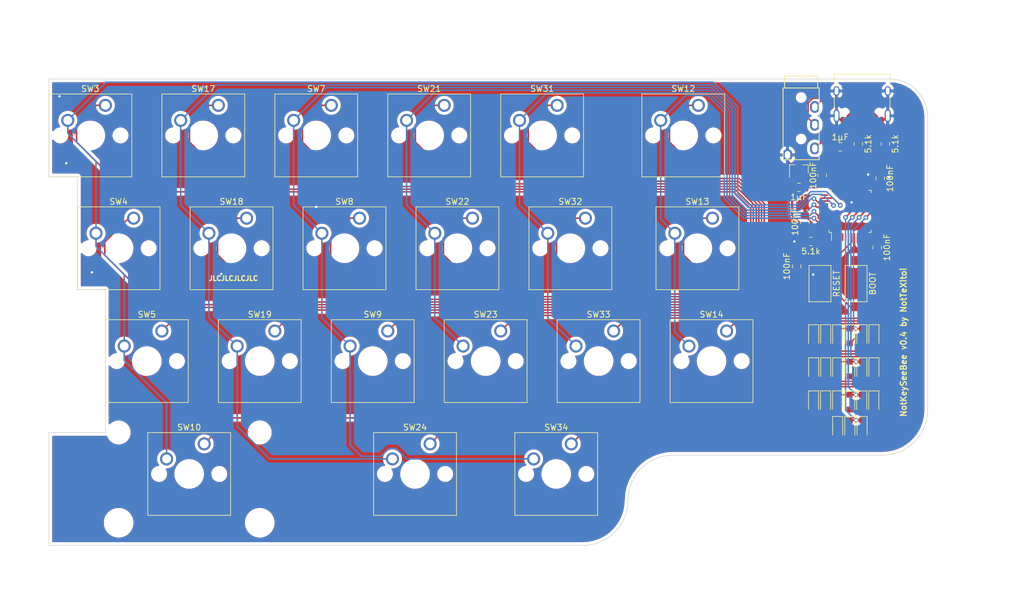
<source format=kicad_pcb>
(kicad_pcb (version 20171130) (host pcbnew 5.1.8)
  (layers (0 F.Cu signal) (31 B.Cu signal) (34 B.Paste user) (35 F.Paste user) (36 B.SilkS user) (37 F.SilkS user) (38 B.Mask user) (39 F.Mask user) (44 Edge.Cuts user))
  (net 0 "")
  (net 1 GND)
  (net 2 5V)
  (net 3 "Net-(J1-PadA5)")
  (net 4 D-)
  (net 5 D+)
  (net 6 "Net-(J1-PadB5)")
  (net 7 "Net-(R1-Pad1)")
  (net 8 3.3V)
  (net 9 "Net-(C1-Pad2)")
  (net 10 ROW1)
  (net 11 ROW2)
  (net 12 ROW3)
  (net 13 ROW4)
  (net 14 COL1)
  (net 15 COL2)
  (net 16 COL3)
  (net 17 COL4)
  (net 18 COL5)
  (net 19 COL6)
  (net 20 TX)
  (net 21 RX)
  (net 22 "Net-(D26-Pad2)")
  (net 23 "Net-(D36-Pad2)")
  (net 24 "Net-(D35-Pad2)")
  (net 25 "Net-(D34-Pad2)")
  (net 26 "Net-(D33-Pad2)")
  (net 27 "Net-(D25-Pad2)")
  (net 28 "Net-(D24-Pad2)")
  (net 29 "Net-(D23-Pad2)")
  (net 30 "Net-(D21-Pad2)")
  (net 31 "Net-(D20-Pad2)")
  (net 32 "Net-(D19-Pad2)")
  (net 33 "Net-(D16-Pad2)")
  (net 34 "Net-(D14-Pad2)")
  (net 35 "Net-(D12-Pad2)")
  (net 36 "Net-(D11-Pad2)")
  (net 37 "Net-(D10-Pad2)")
  (net 38 "Net-(D15-Pad2)")
  (net 39 "Net-(D9-Pad2)")
  (net 40 "Net-(D7-Pad2)")
  (net 41 "Net-(D6-Pad2)")
  (net 42 "Net-(D5-Pad2)")
  (module keebio:TRRS-PJ-320A-no-Fmask (layer F.Cu) (at 155.448 26.924)
    (fp_text reference J2)
    (fp_text value AudioJack4)
    (pad 1 thru_hole oval (at -2.3 11.3) (size 1.6 2) (drill oval 0.9 1.3) (layers *.Cu B.Mask) (net 1 GND))
    (pad 2 thru_hole oval (at 2.3 10.2) (size 1.6 2) (drill oval 0.9 1.3) (layers *.Cu B.Mask) (net 2 5V))
    (pad 4 thru_hole oval (at 2.3 3.2) (size 1.6 2) (drill oval 0.9 1.3) (layers *.Cu B.Mask) (net 21 RX))
    (pad "" np_thru_hole circle (at 0 8.6) (size 0.8 0.8) (drill 0.8) (layers *.Cu *.Mask))
    (pad "" np_thru_hole circle (at 0 1.6) (size 0.8 0.8) (drill 0.8) (layers *.Cu *.Mask))
    (pad 3 thru_hole oval (at 2.3 6.2) (size 1.6 2) (drill oval 0.9 1.3) (layers *.Cu B.Mask) (net 20 TX))
    (pad 4 thru_hole oval (at 2.3 3.2) (size 1 1.4) (drill oval 0.9 1.3) (layers *.Cu F.Mask) (net 21 RX))
    (pad 3 thru_hole oval (at 2.3 6.2) (size 1 1.4) (drill oval 0.9 1.3) (layers *.Cu F.Mask) (net 20 TX))
    (pad 2 thru_hole oval (at 2.3 10.2) (size 1 1.4) (drill oval 0.9 1.3) (layers *.Cu F.Mask) (net 2 5V))
    (pad 1 thru_hole oval (at -2.3 11.3) (size 1 1.4) (drill oval 0.9 1.3) (layers *.Cu F.Mask) (net 1 GND))
  )
  (module Package_QFP:LQFP-48_7x7mm_P0.5mm (layer F.Cu) (at 163.703 47.752 90)
    (fp_text reference U1 hide)
    (fp_text value STM32)
    (pad 48 smd rect (at -2.75 -4.35 180) (size 1.3 0.25) (layers F.Cu F.Paste F.Mask) (net 8 3.3V))
    (pad 47 smd rect (at -2.25 -4.35 180) (size 1.3 0.25) (layers F.Cu F.Paste F.Mask) (net 1 GND))
    (pad 46 smd rect (at -1.75 -4.35 180) (size 1.3 0.25) (layers F.Cu F.Paste F.Mask) (net 14 COL1))
    (pad 45 smd rect (at -1.25 -4.35 180) (size 1.3 0.25) (layers F.Cu F.Paste F.Mask) (net 15 COL2))
    (pad 44 smd rect (at -0.75 -4.35 180) (size 1.3 0.25) (layers F.Cu F.Paste F.Mask) (net 7 "Net-(R1-Pad1)"))
    (pad 43 smd rect (at -0.25 -4.35 180) (size 1.3 0.25) (layers F.Cu F.Paste F.Mask))
    (pad 42 smd rect (at 0.25 -4.35 180) (size 1.3 0.25) (layers F.Cu F.Paste F.Mask))
    (pad 41 smd rect (at 0.75 -4.35 180) (size 1.3 0.25) (layers F.Cu F.Paste F.Mask) (net 16 COL3))
    (pad 40 smd rect (at 1.25 -4.35 180) (size 1.3 0.25) (layers F.Cu F.Paste F.Mask) (net 17 COL4))
    (pad 39 smd rect (at 1.75 -4.35 180) (size 1.3 0.25) (layers F.Cu F.Paste F.Mask) (net 18 COL5))
    (pad 38 smd rect (at 2.25 -4.35 180) (size 1.3 0.25) (layers F.Cu F.Paste F.Mask) (net 19 COL6))
    (pad 37 smd rect (at 2.75 -4.35 180) (size 1.3 0.25) (layers F.Cu F.Paste F.Mask))
    (pad 36 smd rect (at 4.35 -2.75 90) (size 1.3 0.25) (layers F.Cu F.Paste F.Mask) (net 8 3.3V))
    (pad 35 smd rect (at 4.35 -2.25 90) (size 1.3 0.25) (layers F.Cu F.Paste F.Mask) (net 1 GND))
    (pad 34 smd rect (at 4.35 -1.75 90) (size 1.3 0.25) (layers F.Cu F.Paste F.Mask))
    (pad 33 smd rect (at 4.35 -1.25 90) (size 1.3 0.25) (layers F.Cu F.Paste F.Mask) (net 5 D+))
    (pad 32 smd rect (at 4.35 -0.75 90) (size 1.3 0.25) (layers F.Cu F.Paste F.Mask) (net 4 D-))
    (pad 31 smd rect (at 4.35 -0.25 90) (size 1.3 0.25) (layers F.Cu F.Paste F.Mask) (net 21 RX))
    (pad 30 smd rect (at 4.35 0.25 90) (size 1.3 0.25) (layers F.Cu F.Paste F.Mask) (net 20 TX))
    (pad 29 smd rect (at 4.35 0.75 90) (size 1.3 0.25) (layers F.Cu F.Paste F.Mask))
    (pad 28 smd rect (at 4.35 1.25 90) (size 1.3 0.25) (layers F.Cu F.Paste F.Mask))
    (pad 27 smd rect (at 4.35 1.75 90) (size 1.3 0.25) (layers F.Cu F.Paste F.Mask))
    (pad 26 smd rect (at 4.35 2.25 90) (size 1.3 0.25) (layers F.Cu F.Paste F.Mask))
    (pad 25 smd rect (at 4.35 2.75 90) (size 1.3 0.25) (layers F.Cu F.Paste F.Mask) (net 1 GND))
    (pad 24 smd rect (at 2.75 4.35 180) (size 1.3 0.25) (layers F.Cu F.Paste F.Mask) (net 8 3.3V))
    (pad 23 smd rect (at 2.25 4.35 180) (size 1.3 0.25) (layers F.Cu F.Paste F.Mask) (net 1 GND))
    (pad 22 smd rect (at 1.75 4.35 180) (size 1.3 0.25) (layers F.Cu F.Paste F.Mask))
    (pad 21 smd rect (at 1.25 4.35 180) (size 1.3 0.25) (layers F.Cu F.Paste F.Mask) (net 13 ROW4))
    (pad 20 smd rect (at 0.75 4.35 180) (size 1.3 0.25) (layers F.Cu F.Paste F.Mask) (net 12 ROW3))
    (pad 19 smd rect (at 0.25 4.35 180) (size 1.3 0.25) (layers F.Cu F.Paste F.Mask) (net 11 ROW2))
    (pad 18 smd rect (at -0.25 4.35 180) (size 1.3 0.25) (layers F.Cu F.Paste F.Mask) (net 10 ROW1))
    (pad 17 smd rect (at -0.75 4.35 180) (size 1.3 0.25) (layers F.Cu F.Paste F.Mask))
    (pad 16 smd rect (at -1.25 4.35 180) (size 1.3 0.25) (layers F.Cu F.Paste F.Mask))
    (pad 15 smd rect (at -1.75 4.35 180) (size 1.3 0.25) (layers F.Cu F.Paste F.Mask))
    (pad 14 smd rect (at -2.25 4.35 180) (size 1.3 0.25) (layers F.Cu F.Paste F.Mask))
    (pad 13 smd rect (at -2.75 4.35 180) (size 1.3 0.25) (layers F.Cu F.Paste F.Mask))
    (pad 12 smd rect (at -4.35 2.75 90) (size 1.3 0.25) (layers F.Cu F.Paste F.Mask))
    (pad 11 smd rect (at -4.35 2.25 90) (size 1.3 0.25) (layers F.Cu F.Paste F.Mask))
    (pad 10 smd rect (at -4.35 1.75 90) (size 1.3 0.25) (layers F.Cu F.Paste F.Mask))
    (pad 9 smd rect (at -4.35 1.25 90) (size 1.3 0.25) (layers F.Cu F.Paste F.Mask) (net 8 3.3V))
    (pad 8 smd rect (at -4.35 0.75 90) (size 1.3 0.25) (layers F.Cu F.Paste F.Mask) (net 1 GND))
    (pad 7 smd rect (at -4.35 0.25 90) (size 1.3 0.25) (layers F.Cu F.Paste F.Mask) (net 9 "Net-(C1-Pad2)"))
    (pad 6 smd rect (at -4.35 -0.25 90) (size 1.3 0.25) (layers F.Cu F.Paste F.Mask))
    (pad 5 smd rect (at -4.35 -0.75 90) (size 1.3 0.25) (layers F.Cu F.Paste F.Mask))
    (pad 4 smd rect (at -4.35 -1.25 90) (size 1.3 0.25) (layers F.Cu F.Paste F.Mask))
    (pad 3 smd rect (at -4.35 -1.75 90) (size 1.3 0.25) (layers F.Cu F.Paste F.Mask))
    (pad 2 smd rect (at -4.35 -2.25 90) (size 1.3 0.25) (layers F.Cu F.Paste F.Mask))
    (pad 1 smd rect (at -4.35 -2.75 90) (size 1.3 0.25) (layers F.Cu F.Paste F.Mask))
  )
  (module Button_Switch_Keyboard:SW_Cherry_MX_1.25u_PCB (layer F.Cu) (at 116.68125 86.995)
    (fp_text reference SW34 (at -2.54 -2.794) (layer F.SilkS))
    (fp_text value SW_Push)
    (pad "" np_thru_hole circle (at 2.54 5.08) (size 1.7 1.7) (drill 1.7) (layers *.Cu *.Mask))
    (pad "" np_thru_hole circle (at -7.62 5.08) (size 1.7 1.7) (drill 1.7) (layers *.Cu *.Mask))
    (pad "" np_thru_hole circle (at -2.54 5.08) (size 4 4) (drill 4) (layers *.Cu *.Mask))
    (pad 2 thru_hole circle (at -6.35 2.54) (size 2.2 2.2) (drill 1.5) (layers *.Cu *.Mask) (net 17 COL4))
    (pad 1 thru_hole circle (at 0 0) (size 2.2 2.2) (drill 1.5) (layers *.Cu *.Mask) (net 23 "Net-(D36-Pad2)"))
  )
  (module Button_Switch_Keyboard:SW_Cherry_MX_1.25u_PCB (layer F.Cu) (at 92.86875 86.995)
    (fp_text reference SW24 (at -2.54 -2.794) (layer F.SilkS))
    (fp_text value SW_Push)
    (pad "" np_thru_hole circle (at 2.54 5.08) (size 1.7 1.7) (drill 1.7) (layers *.Cu *.Mask))
    (pad "" np_thru_hole circle (at -7.62 5.08) (size 1.7 1.7) (drill 1.7) (layers *.Cu *.Mask))
    (pad "" np_thru_hole circle (at -2.54 5.08) (size 4 4) (drill 4) (layers *.Cu *.Mask))
    (pad 2 thru_hole circle (at -6.35 2.54) (size 2.2 2.2) (drill 1.5) (layers *.Cu *.Mask) (net 18 COL5))
    (pad 1 thru_hole circle (at 0 0) (size 2.2 2.2) (drill 1.5) (layers *.Cu *.Mask) (net 22 "Net-(D26-Pad2)"))
  )
  (module Button_Switch_Keyboard:SW_Cherry_MX_2.75u_PCB (layer F.Cu) (at 54.76875 86.995)
    (fp_text reference SW10 (at -2.54 -2.794) (layer F.SilkS))
    (fp_text value SW_Push)
    (pad "" np_thru_hole circle (at 9.36 -1.92) (size 3.05 3.05) (drill 3.05) (layers *.Cu *.Mask))
    (pad "" np_thru_hole circle (at -14.44 -1.92) (size 3.05 3.05) (drill 3.05) (layers *.Cu *.Mask))
    (pad "" np_thru_hole circle (at -14.44 13.32) (size 4 4) (drill 4) (layers *.Cu *.Mask))
    (pad "" np_thru_hole circle (at 9.36 13.32) (size 4 4) (drill 4) (layers *.Cu *.Mask))
    (pad "" np_thru_hole circle (at 2.54 5.08) (size 1.7 1.7) (drill 1.7) (layers *.Cu *.Mask))
    (pad "" np_thru_hole circle (at -7.62 5.08) (size 1.7 1.7) (drill 1.7) (layers *.Cu *.Mask))
    (pad "" np_thru_hole circle (at -2.54 5.08) (size 4 4) (drill 4) (layers *.Cu *.Mask))
    (pad 2 thru_hole circle (at -6.35 2.54) (size 2.2 2.2) (drill 1.5) (layers *.Cu *.Mask) (net 19 COL6))
    (pad 1 thru_hole circle (at 0 0) (size 2.2 2.2) (drill 1.5) (layers *.Cu *.Mask) (net 35 "Net-(D12-Pad2)"))
  )
  (module Button_Switch_Keyboard:SW_Cherry_MX_1.00u_PCB (layer F.Cu) (at 123.825 67.945)
    (fp_text reference SW33 (at -2.54 -2.794) (layer F.SilkS))
    (fp_text value SW_Push)
    (pad "" np_thru_hole circle (at 2.54 5.08) (size 1.7 1.7) (drill 1.7) (layers *.Cu *.Mask))
    (pad "" np_thru_hole circle (at -7.62 5.08) (size 1.7 1.7) (drill 1.7) (layers *.Cu *.Mask))
    (pad "" np_thru_hole circle (at -2.54 5.08) (size 4 4) (drill 4) (layers *.Cu *.Mask))
    (pad 2 thru_hole circle (at -6.35 2.54) (size 2.2 2.2) (drill 1.5) (layers *.Cu *.Mask) (net 15 COL2))
    (pad 1 thru_hole circle (at 0 0) (size 2.2 2.2) (drill 1.5) (layers *.Cu *.Mask) (net 24 "Net-(D35-Pad2)"))
  )
  (module Button_Switch_Keyboard:SW_Cherry_MX_1.00u_PCB (layer F.Cu) (at 119.0625 48.895)
    (fp_text reference SW32 (at -2.54 -2.794) (layer F.SilkS))
    (fp_text value SW_Push)
    (pad "" np_thru_hole circle (at 2.54 5.08) (size 1.7 1.7) (drill 1.7) (layers *.Cu *.Mask))
    (pad "" np_thru_hole circle (at -7.62 5.08) (size 1.7 1.7) (drill 1.7) (layers *.Cu *.Mask))
    (pad "" np_thru_hole circle (at -2.54 5.08) (size 4 4) (drill 4) (layers *.Cu *.Mask))
    (pad 2 thru_hole circle (at -6.35 2.54) (size 2.2 2.2) (drill 1.5) (layers *.Cu *.Mask) (net 15 COL2))
    (pad 1 thru_hole circle (at 0 0) (size 2.2 2.2) (drill 1.5) (layers *.Cu *.Mask) (net 25 "Net-(D34-Pad2)"))
  )
  (module Button_Switch_Keyboard:SW_Cherry_MX_1.00u_PCB (layer F.Cu) (at 114.3 29.845)
    (fp_text reference SW31 (at -2.54 -2.794) (layer F.SilkS))
    (fp_text value SW_Push)
    (pad "" np_thru_hole circle (at 2.54 5.08) (size 1.7 1.7) (drill 1.7) (layers *.Cu *.Mask))
    (pad "" np_thru_hole circle (at -7.62 5.08) (size 1.7 1.7) (drill 1.7) (layers *.Cu *.Mask))
    (pad "" np_thru_hole circle (at -2.54 5.08) (size 4 4) (drill 4) (layers *.Cu *.Mask))
    (pad 2 thru_hole circle (at -6.35 2.54) (size 2.2 2.2) (drill 1.5) (layers *.Cu *.Mask) (net 15 COL2))
    (pad 1 thru_hole circle (at 0 0) (size 2.2 2.2) (drill 1.5) (layers *.Cu *.Mask) (net 26 "Net-(D33-Pad2)"))
  )
  (module Button_Switch_Keyboard:SW_Cherry_MX_1.00u_PCB (layer F.Cu) (at 104.775 67.945)
    (fp_text reference SW23 (at -2.54 -2.794) (layer F.SilkS))
    (fp_text value SW_Push)
    (pad "" np_thru_hole circle (at 2.54 5.08) (size 1.7 1.7) (drill 1.7) (layers *.Cu *.Mask))
    (pad "" np_thru_hole circle (at -7.62 5.08) (size 1.7 1.7) (drill 1.7) (layers *.Cu *.Mask))
    (pad "" np_thru_hole circle (at -2.54 5.08) (size 4 4) (drill 4) (layers *.Cu *.Mask))
    (pad 2 thru_hole circle (at -6.35 2.54) (size 2.2 2.2) (drill 1.5) (layers *.Cu *.Mask) (net 16 COL3))
    (pad 1 thru_hole circle (at 0 0) (size 2.2 2.2) (drill 1.5) (layers *.Cu *.Mask) (net 27 "Net-(D25-Pad2)"))
  )
  (module Button_Switch_Keyboard:SW_Cherry_MX_1.00u_PCB (layer F.Cu) (at 100.0125 48.895)
    (fp_text reference SW22 (at -2.54 -2.794) (layer F.SilkS))
    (fp_text value SW_Push)
    (pad "" np_thru_hole circle (at 2.54 5.08) (size 1.7 1.7) (drill 1.7) (layers *.Cu *.Mask))
    (pad "" np_thru_hole circle (at -7.62 5.08) (size 1.7 1.7) (drill 1.7) (layers *.Cu *.Mask))
    (pad "" np_thru_hole circle (at -2.54 5.08) (size 4 4) (drill 4) (layers *.Cu *.Mask))
    (pad 2 thru_hole circle (at -6.35 2.54) (size 2.2 2.2) (drill 1.5) (layers *.Cu *.Mask) (net 16 COL3))
    (pad 1 thru_hole circle (at 0 0) (size 2.2 2.2) (drill 1.5) (layers *.Cu *.Mask) (net 28 "Net-(D24-Pad2)"))
  )
  (module Button_Switch_Keyboard:SW_Cherry_MX_1.00u_PCB (layer F.Cu) (at 95.25 29.845)
    (fp_text reference SW21 (at -2.54 -2.794) (layer F.SilkS))
    (fp_text value SW_Push)
    (pad "" np_thru_hole circle (at 2.54 5.08) (size 1.7 1.7) (drill 1.7) (layers *.Cu *.Mask))
    (pad "" np_thru_hole circle (at -7.62 5.08) (size 1.7 1.7) (drill 1.7) (layers *.Cu *.Mask))
    (pad "" np_thru_hole circle (at -2.54 5.08) (size 4 4) (drill 4) (layers *.Cu *.Mask))
    (pad 2 thru_hole circle (at -6.35 2.54) (size 2.2 2.2) (drill 1.5) (layers *.Cu *.Mask) (net 16 COL3))
    (pad 1 thru_hole circle (at 0 0) (size 2.2 2.2) (drill 1.5) (layers *.Cu *.Mask) (net 29 "Net-(D23-Pad2)"))
  )
  (module Button_Switch_Keyboard:SW_Cherry_MX_1.00u_PCB (layer F.Cu) (at 66.675 67.945)
    (fp_text reference SW19 (at -2.54 -2.794) (layer F.SilkS))
    (fp_text value SW_Push)
    (pad "" np_thru_hole circle (at 2.54 5.08) (size 1.7 1.7) (drill 1.7) (layers *.Cu *.Mask))
    (pad "" np_thru_hole circle (at -7.62 5.08) (size 1.7 1.7) (drill 1.7) (layers *.Cu *.Mask))
    (pad "" np_thru_hole circle (at -2.54 5.08) (size 4 4) (drill 4) (layers *.Cu *.Mask))
    (pad 2 thru_hole circle (at -6.35 2.54) (size 2.2 2.2) (drill 1.5) (layers *.Cu *.Mask) (net 18 COL5))
    (pad 1 thru_hole circle (at 0 0) (size 2.2 2.2) (drill 1.5) (layers *.Cu *.Mask) (net 30 "Net-(D21-Pad2)"))
  )
  (module Button_Switch_Keyboard:SW_Cherry_MX_1.00u_PCB (layer F.Cu) (at 61.9125 48.895)
    (fp_text reference SW18 (at -2.54 -2.794) (layer F.SilkS))
    (fp_text value SW_Push)
    (pad "" np_thru_hole circle (at 2.54 5.08) (size 1.7 1.7) (drill 1.7) (layers *.Cu *.Mask))
    (pad "" np_thru_hole circle (at -7.62 5.08) (size 1.7 1.7) (drill 1.7) (layers *.Cu *.Mask))
    (pad "" np_thru_hole circle (at -2.54 5.08) (size 4 4) (drill 4) (layers *.Cu *.Mask))
    (pad 2 thru_hole circle (at -6.35 2.54) (size 2.2 2.2) (drill 1.5) (layers *.Cu *.Mask) (net 18 COL5))
    (pad 1 thru_hole circle (at 0 0) (size 2.2 2.2) (drill 1.5) (layers *.Cu *.Mask) (net 31 "Net-(D20-Pad2)"))
  )
  (module Button_Switch_Keyboard:SW_Cherry_MX_1.00u_PCB (layer F.Cu) (at 57.15 29.845)
    (fp_text reference SW17 (at -2.54 -2.794) (layer F.SilkS))
    (fp_text value SW_Push)
    (pad "" np_thru_hole circle (at 2.54 5.08) (size 1.7 1.7) (drill 1.7) (layers *.Cu *.Mask))
    (pad "" np_thru_hole circle (at -7.62 5.08) (size 1.7 1.7) (drill 1.7) (layers *.Cu *.Mask))
    (pad "" np_thru_hole circle (at -2.54 5.08) (size 4 4) (drill 4) (layers *.Cu *.Mask))
    (pad 2 thru_hole circle (at -6.35 2.54) (size 2.2 2.2) (drill 1.5) (layers *.Cu *.Mask) (net 18 COL5))
    (pad 1 thru_hole circle (at 0 0) (size 2.2 2.2) (drill 1.5) (layers *.Cu *.Mask) (net 32 "Net-(D19-Pad2)"))
  )
  (module Button_Switch_Keyboard:SW_Cherry_MX_1.00u_PCB (layer F.Cu) (at 142.875 67.945)
    (fp_text reference SW14 (at -2.54 -2.794) (layer F.SilkS))
    (fp_text value SW_Push)
    (pad "" np_thru_hole circle (at 2.54 5.08) (size 1.7 1.7) (drill 1.7) (layers *.Cu *.Mask))
    (pad "" np_thru_hole circle (at -7.62 5.08) (size 1.7 1.7) (drill 1.7) (layers *.Cu *.Mask))
    (pad "" np_thru_hole circle (at -2.54 5.08) (size 4 4) (drill 4) (layers *.Cu *.Mask))
    (pad 2 thru_hole circle (at -6.35 2.54) (size 2.2 2.2) (drill 1.5) (layers *.Cu *.Mask) (net 14 COL1))
    (pad 1 thru_hole circle (at 0 0) (size 2.2 2.2) (drill 1.5) (layers *.Cu *.Mask) (net 33 "Net-(D16-Pad2)"))
  )
  (module Button_Switch_Keyboard:SW_Cherry_MX_1.25u_PCB (layer F.Cu) (at 140.49375 48.895)
    (fp_text reference SW13 (at -2.54 -2.794) (layer F.SilkS))
    (fp_text value SW_Push)
    (pad "" np_thru_hole circle (at 2.54 5.08) (size 1.7 1.7) (drill 1.7) (layers *.Cu *.Mask))
    (pad "" np_thru_hole circle (at -7.62 5.08) (size 1.7 1.7) (drill 1.7) (layers *.Cu *.Mask))
    (pad "" np_thru_hole circle (at -2.54 5.08) (size 4 4) (drill 4) (layers *.Cu *.Mask))
    (pad 2 thru_hole circle (at -6.35 2.54) (size 2.2 2.2) (drill 1.5) (layers *.Cu *.Mask) (net 14 COL1))
    (pad 1 thru_hole circle (at 0 0) (size 2.2 2.2) (drill 1.5) (layers *.Cu *.Mask) (net 38 "Net-(D15-Pad2)"))
  )
  (module Button_Switch_Keyboard:SW_Cherry_MX_1.50u_PCB (layer F.Cu) (at 138.1125 29.845)
    (fp_text reference SW12 (at -2.54 -2.794) (layer F.SilkS))
    (fp_text value SW_Push)
    (pad "" np_thru_hole circle (at 2.54 5.08) (size 1.7 1.7) (drill 1.7) (layers *.Cu *.Mask))
    (pad "" np_thru_hole circle (at -7.62 5.08) (size 1.7 1.7) (drill 1.7) (layers *.Cu *.Mask))
    (pad "" np_thru_hole circle (at -2.54 5.08) (size 4 4) (drill 4) (layers *.Cu *.Mask))
    (pad 2 thru_hole circle (at -6.35 2.54) (size 2.2 2.2) (drill 1.5) (layers *.Cu *.Mask) (net 14 COL1))
    (pad 1 thru_hole circle (at 0 0) (size 2.2 2.2) (drill 1.5) (layers *.Cu *.Mask) (net 34 "Net-(D14-Pad2)"))
  )
  (module Button_Switch_Keyboard:SW_Cherry_MX_1.00u_PCB (layer F.Cu) (at 85.725 67.945)
    (fp_text reference SW9 (at -2.54 -2.794) (layer F.SilkS))
    (fp_text value SW_Push)
    (pad "" np_thru_hole circle (at 2.54 5.08) (size 1.7 1.7) (drill 1.7) (layers *.Cu *.Mask))
    (pad "" np_thru_hole circle (at -7.62 5.08) (size 1.7 1.7) (drill 1.7) (layers *.Cu *.Mask))
    (pad "" np_thru_hole circle (at -2.54 5.08) (size 4 4) (drill 4) (layers *.Cu *.Mask))
    (pad 2 thru_hole circle (at -6.35 2.54) (size 2.2 2.2) (drill 1.5) (layers *.Cu *.Mask) (net 17 COL4))
    (pad 1 thru_hole circle (at 0 0) (size 2.2 2.2) (drill 1.5) (layers *.Cu *.Mask) (net 36 "Net-(D11-Pad2)"))
  )
  (module Button_Switch_Keyboard:SW_Cherry_MX_1.00u_PCB (layer F.Cu) (at 80.9625 48.895)
    (fp_text reference SW8 (at -2.54 -2.794) (layer F.SilkS))
    (fp_text value SW_Push)
    (pad "" np_thru_hole circle (at 2.54 5.08) (size 1.7 1.7) (drill 1.7) (layers *.Cu *.Mask))
    (pad "" np_thru_hole circle (at -7.62 5.08) (size 1.7 1.7) (drill 1.7) (layers *.Cu *.Mask))
    (pad "" np_thru_hole circle (at -2.54 5.08) (size 4 4) (drill 4) (layers *.Cu *.Mask))
    (pad 2 thru_hole circle (at -6.35 2.54) (size 2.2 2.2) (drill 1.5) (layers *.Cu *.Mask) (net 17 COL4))
    (pad 1 thru_hole circle (at 0 0) (size 2.2 2.2) (drill 1.5) (layers *.Cu *.Mask) (net 37 "Net-(D10-Pad2)"))
  )
  (module Button_Switch_Keyboard:SW_Cherry_MX_1.00u_PCB (layer F.Cu) (at 76.2 29.845)
    (fp_text reference SW7 (at -2.54 -2.794) (layer F.SilkS))
    (fp_text value SW_Push)
    (pad "" np_thru_hole circle (at 2.54 5.08) (size 1.7 1.7) (drill 1.7) (layers *.Cu *.Mask))
    (pad "" np_thru_hole circle (at -7.62 5.08) (size 1.7 1.7) (drill 1.7) (layers *.Cu *.Mask))
    (pad "" np_thru_hole circle (at -2.54 5.08) (size 4 4) (drill 4) (layers *.Cu *.Mask))
    (pad 2 thru_hole circle (at -6.35 2.54) (size 2.2 2.2) (drill 1.5) (layers *.Cu *.Mask) (net 17 COL4))
    (pad 1 thru_hole circle (at 0 0) (size 2.2 2.2) (drill 1.5) (layers *.Cu *.Mask) (net 39 "Net-(D9-Pad2)"))
  )
  (module Button_Switch_Keyboard:SW_Cherry_MX_1.00u_PCB (layer F.Cu) (at 47.625 67.945)
    (fp_text reference SW5 (at -2.54 -2.794) (layer F.SilkS))
    (fp_text value SW_Push)
    (pad "" np_thru_hole circle (at 2.54 5.08) (size 1.7 1.7) (drill 1.7) (layers *.Cu *.Mask))
    (pad "" np_thru_hole circle (at -7.62 5.08) (size 1.7 1.7) (drill 1.7) (layers *.Cu *.Mask))
    (pad "" np_thru_hole circle (at -2.54 5.08) (size 4 4) (drill 4) (layers *.Cu *.Mask))
    (pad 2 thru_hole circle (at -6.35 2.54) (size 2.2 2.2) (drill 1.5) (layers *.Cu *.Mask) (net 19 COL6))
    (pad 1 thru_hole circle (at 0 0) (size 2.2 2.2) (drill 1.5) (layers *.Cu *.Mask) (net 40 "Net-(D7-Pad2)"))
  )
  (module Button_Switch_Keyboard:SW_Cherry_MX_1.00u_PCB (layer F.Cu) (at 42.8625 48.895)
    (fp_text reference SW4 (at -2.54 -2.794) (layer F.SilkS))
    (fp_text value SW_Push)
    (pad "" np_thru_hole circle (at 2.54 5.08) (size 1.7 1.7) (drill 1.7) (layers *.Cu *.Mask))
    (pad "" np_thru_hole circle (at -7.62 5.08) (size 1.7 1.7) (drill 1.7) (layers *.Cu *.Mask))
    (pad "" np_thru_hole circle (at -2.54 5.08) (size 4 4) (drill 4) (layers *.Cu *.Mask))
    (pad 2 thru_hole circle (at -6.35 2.54) (size 2.2 2.2) (drill 1.5) (layers *.Cu *.Mask) (net 19 COL6))
    (pad 1 thru_hole circle (at 0 0) (size 2.2 2.2) (drill 1.5) (layers *.Cu *.Mask) (net 41 "Net-(D6-Pad2)"))
  )
  (module Button_Switch_Keyboard:SW_Cherry_MX_1.00u_PCB (layer F.Cu) (at 38.1 29.845)
    (fp_text reference SW3 (at -2.54 -2.794) (layer F.SilkS))
    (fp_text value SW_Push)
    (pad "" np_thru_hole circle (at 2.54 5.08) (size 1.7 1.7) (drill 1.7) (layers *.Cu *.Mask))
    (pad "" np_thru_hole circle (at -7.62 5.08) (size 1.7 1.7) (drill 1.7) (layers *.Cu *.Mask))
    (pad "" np_thru_hole circle (at -2.54 5.08) (size 4 4) (drill 4) (layers *.Cu *.Mask))
    (pad 2 thru_hole circle (at -6.35 2.54) (size 2.2 2.2) (drill 1.5) (layers *.Cu *.Mask) (net 19 COL6))
    (pad 1 thru_hole circle (at 0 0) (size 2.2 2.2) (drill 1.5) (layers *.Cu *.Mask) (net 42 "Net-(D5-Pad2)"))
  )
  (module Button_Switch_SMD:SW_SPST_CK_RS282G05A3 (layer F.Cu) (at 164.719 59.944 90)
    (fp_text reference SW1 hide)
    (fp_text value BOOT (at 0 2.794 90) (layer F.SilkS))
    (pad 2 smd rect (at 3.9 0 90) (size 1.5 1.5) (layers F.Cu F.Paste F.Mask) (net 8 3.3V))
    (pad 1 smd rect (at -3.9 0 90) (size 1.5 1.5) (layers F.Cu F.Paste F.Mask) (net 7 "Net-(R1-Pad1)"))
  )
  (module Button_Switch_SMD:SW_SPST_CK_RS282G05A3 (layer F.Cu) (at 158.623 59.944 90)
    (fp_text reference SW2 hide)
    (fp_text value RESET (at 0 2.794 90) (layer F.SilkS))
    (pad 2 smd rect (at 3.9 0 90) (size 1.5 1.5) (layers F.Cu F.Paste F.Mask) (net 9 "Net-(C1-Pad2)"))
    (pad 1 smd rect (at -3.9 0 90) (size 1.5 1.5) (layers F.Cu F.Paste F.Mask) (net 1 GND))
  )
  (module Capacitor_SMD:C_0805_2012Metric_Pad1.15x1.40mm_HandSolder (layer F.Cu) (at 162.052 36.862)
    (fp_text reference C7 hide)
    (fp_text value 1µF (at 0 -1.65) (layer F.SilkS))
    (pad 2 smd roundrect (at 1.025 0) (size 1.15 1.4) (layers F.Cu F.Paste F.Mask) (roundrect_rratio 0.217391) (net 2 5V))
    (pad 1 smd roundrect (at -1.025 0) (size 1.15 1.4) (layers F.Cu F.Paste F.Mask) (roundrect_rratio 0.217391) (net 1 GND))
  )
  (module Capacitor_SMD:C_0805_2012Metric_Pad1.15x1.40mm_HandSolder (layer F.Cu) (at 159.004 41.656 270)
    (fp_text reference C5 hide)
    (fp_text value 100nF (at 0 1.524 270) (layer F.SilkS))
    (pad 2 smd roundrect (at 1.025 0 270) (size 1.15 1.4) (layers F.Cu F.Paste F.Mask) (roundrect_rratio 0.217391) (net 8 3.3V))
    (pad 1 smd roundrect (at -1.025 0 270) (size 1.15 1.4) (layers F.Cu F.Paste F.Mask) (roundrect_rratio 0.217391) (net 1 GND))
  )
  (module Capacitor_SMD:C_0805_2012Metric_Pad1.15x1.40mm_HandSolder (layer F.Cu) (at 156.083 49.53 270)
    (fp_text reference C4 hide)
    (fp_text value 100nF (at 0 1.65 270) (layer F.SilkS))
    (pad 2 smd roundrect (at 1.025 0 270) (size 1.15 1.4) (layers F.Cu F.Paste F.Mask) (roundrect_rratio 0.217391) (net 8 3.3V))
    (pad 1 smd roundrect (at -1.025 0 270) (size 1.15 1.4) (layers F.Cu F.Paste F.Mask) (roundrect_rratio 0.217391) (net 1 GND))
  )
  (module Capacitor_SMD:C_0805_2012Metric_Pad1.15x1.40mm_HandSolder (layer F.Cu) (at 168.275 53.848 90)
    (fp_text reference C3 hide)
    (fp_text value 100nF (at 0 1.65 90) (layer F.SilkS))
    (pad 2 smd roundrect (at 1.025 0 90) (size 1.15 1.4) (layers F.Cu F.Paste F.Mask) (roundrect_rratio 0.217391) (net 8 3.3V))
    (pad 1 smd roundrect (at -1.025 0 90) (size 1.15 1.4) (layers F.Cu F.Paste F.Mask) (roundrect_rratio 0.217391) (net 1 GND))
  )
  (module Capacitor_SMD:C_0805_2012Metric_Pad1.15x1.40mm_HandSolder (layer F.Cu) (at 155.067 43.688)
    (fp_text reference C6 hide)
    (fp_text value 1µF (at 0 1.65) (layer F.SilkS))
    (pad 2 smd roundrect (at 1.025 0) (size 1.15 1.4) (layers F.Cu F.Paste F.Mask) (roundrect_rratio 0.217391) (net 8 3.3V))
    (pad 1 smd roundrect (at -1.025 0) (size 1.15 1.4) (layers F.Cu F.Paste F.Mask) (roundrect_rratio 0.217391) (net 1 GND))
  )
  (module Capacitor_SMD:C_0805_2012Metric_Pad1.15x1.40mm_HandSolder (layer F.Cu) (at 154.686 57.023 90)
    (fp_text reference C1 hide)
    (fp_text value 100nF (at 0 -1.65 90) (layer F.SilkS))
    (pad 2 smd roundrect (at 1.025 0 90) (size 1.15 1.4) (layers F.Cu F.Paste F.Mask) (roundrect_rratio 0.217391) (net 9 "Net-(C1-Pad2)"))
    (pad 1 smd roundrect (at -1.025 0 90) (size 1.15 1.4) (layers F.Cu F.Paste F.Mask) (roundrect_rratio 0.217391) (net 1 GND))
  )
  (module Capacitor_SMD:C_0805_2012Metric_Pad1.15x1.40mm_HandSolder (layer F.Cu) (at 168.783 42.164 90)
    (fp_text reference C2 hide)
    (fp_text value 100nF (at 0 1.65 90) (layer F.SilkS))
    (pad 2 smd roundrect (at 1.025 0 90) (size 1.15 1.4) (layers F.Cu F.Paste F.Mask) (roundrect_rratio 0.217391) (net 8 3.3V))
    (pad 1 smd roundrect (at -1.025 0 90) (size 1.15 1.4) (layers F.Cu F.Paste F.Mask) (roundrect_rratio 0.217391) (net 1 GND))
  )
  (module Diode_SMD:D_SOD-323_HandSoldering (layer F.Cu) (at 157.5435 79.954927 270)
    (fp_text reference D16 hide)
    (fp_text value D3.6)
    (pad 2 smd rect (at 1.25 0 270) (size 1 1) (layers F.Cu F.Paste F.Mask) (net 33 "Net-(D16-Pad2)"))
    (pad 1 smd rect (at -1.25 0 270) (size 1 1) (layers F.Cu F.Paste F.Mask) (net 12 ROW3))
  )
  (module Diode_SMD:D_SOD-323_HandSoldering (layer F.Cu) (at 167.71944 68.778927 270)
    (fp_text reference D14 hide)
    (fp_text value D1.6)
    (pad 2 smd rect (at 1.25 0 270) (size 1 1) (layers F.Cu F.Paste F.Mask) (net 34 "Net-(D14-Pad2)"))
    (pad 1 smd rect (at -1.25 0 270) (size 1 1) (layers F.Cu F.Paste F.Mask) (net 10 ROW1))
  )
  (module Diode_SMD:D_SOD-323_HandSoldering (layer F.Cu) (at 165.735 84.2645 270)
    (fp_text reference D12 hide)
    (fp_text value D4.3)
    (pad 2 smd rect (at 1.25 0 270) (size 1 1) (layers F.Cu F.Paste F.Mask) (net 35 "Net-(D12-Pad2)"))
    (pad 1 smd rect (at -1.25 0 270) (size 1 1) (layers F.Cu F.Paste F.Mask) (net 13 ROW4))
  )
  (module Diode_SMD:D_SOD-323_HandSoldering (layer F.Cu) (at 163.6395 79.9465 270)
    (fp_text reference D11 hide)
    (fp_text value D3.3)
    (pad 2 smd rect (at 1.25 0 270) (size 1 1) (layers F.Cu F.Paste F.Mask) (net 36 "Net-(D11-Pad2)"))
    (pad 1 smd rect (at -1.25 0 270) (size 1 1) (layers F.Cu F.Paste F.Mask) (net 12 ROW3))
  )
  (module Diode_SMD:D_SOD-323_HandSoldering (layer F.Cu) (at 161.62344 74.366927 270)
    (fp_text reference D10 hide)
    (fp_text value D2.3)
    (pad 2 smd rect (at 1.25 0 270) (size 1 1) (layers F.Cu F.Paste F.Mask) (net 37 "Net-(D10-Pad2)"))
    (pad 1 smd rect (at -1.25 0 270) (size 1 1) (layers F.Cu F.Paste F.Mask) (net 11 ROW2))
  )
  (module Diode_SMD:D_SOD-323_HandSoldering (layer F.Cu) (at 161.62344 68.778927 270)
    (fp_text reference D9 hide)
    (fp_text value D1.3)
    (pad 2 smd rect (at 1.25 0 270) (size 1 1) (layers F.Cu F.Paste F.Mask) (net 39 "Net-(D9-Pad2)"))
    (pad 1 smd rect (at -1.25 0 270) (size 1 1) (layers F.Cu F.Paste F.Mask) (net 10 ROW1))
  )
  (module Diode_SMD:D_SOD-323_HandSoldering (layer F.Cu) (at 167.7035 79.954927 270)
    (fp_text reference D7 hide)
    (fp_text value D3.1)
    (pad 2 smd rect (at 1.25 0 270) (size 1 1) (layers F.Cu F.Paste F.Mask) (net 40 "Net-(D7-Pad2)"))
    (pad 1 smd rect (at -1.25 0 270) (size 1 1) (layers F.Cu F.Paste F.Mask) (net 12 ROW3))
  )
  (module Diode_SMD:D_SOD-323_HandSoldering (layer F.Cu) (at 157.55944 74.366927 270)
    (fp_text reference D6 hide)
    (fp_text value D2.1)
    (pad 2 smd rect (at 1.25 0 270) (size 1 1) (layers F.Cu F.Paste F.Mask) (net 41 "Net-(D6-Pad2)"))
    (pad 1 smd rect (at -1.25 0 270) (size 1 1) (layers F.Cu F.Paste F.Mask) (net 11 ROW2))
  )
  (module Diode_SMD:D_SOD-323_HandSoldering (layer F.Cu) (at 157.55944 68.778927 270)
    (fp_text reference D5 hide)
    (fp_text value D1.1)
    (pad 2 smd rect (at 1.25 0 270) (size 1 1) (layers F.Cu F.Paste F.Mask) (net 42 "Net-(D5-Pad2)"))
    (pad 1 smd rect (at -1.25 0 270) (size 1 1) (layers F.Cu F.Paste F.Mask) (net 10 ROW1))
  )
  (module Diode_SMD:D_SOD-323_HandSoldering (layer F.Cu) (at 161.6075 84.2645 270)
    (fp_text reference D36 hide)
    (fp_text value D4.5)
    (pad 2 smd rect (at 1.25 0 270) (size 1 1) (layers F.Cu F.Paste F.Mask) (net 23 "Net-(D36-Pad2)"))
    (pad 1 smd rect (at -1.25 0 270) (size 1 1) (layers F.Cu F.Paste F.Mask) (net 13 ROW4))
  )
  (module Diode_SMD:D_SOD-323_HandSoldering (layer F.Cu) (at 167.71944 74.366927 270)
    (fp_text reference D15 hide)
    (fp_text value D2.6)
    (pad 2 smd rect (at 1.25 0 270) (size 1 1) (layers F.Cu F.Paste F.Mask) (net 38 "Net-(D15-Pad2)"))
    (pad 1 smd rect (at -1.25 0 270) (size 1 1) (layers F.Cu F.Paste F.Mask) (net 11 ROW2))
  )
  (module Diode_SMD:D_SOD-323_HandSoldering (layer F.Cu) (at 159.5755 79.9465 270)
    (fp_text reference D35 hide)
    (fp_text value D3.5)
    (pad 2 smd rect (at 1.25 0 270) (size 1 1) (layers F.Cu F.Paste F.Mask) (net 24 "Net-(D35-Pad2)"))
    (pad 1 smd rect (at -1.25 0 270) (size 1 1) (layers F.Cu F.Paste F.Mask) (net 12 ROW3))
  )
  (module Diode_SMD:D_SOD-323_HandSoldering (layer F.Cu) (at 165.68744 74.366927 270)
    (fp_text reference D34 hide)
    (fp_text value D2.5)
    (pad 2 smd rect (at 1.25 0 270) (size 1 1) (layers F.Cu F.Paste F.Mask) (net 25 "Net-(D34-Pad2)"))
    (pad 1 smd rect (at -1.25 0 270) (size 1 1) (layers F.Cu F.Paste F.Mask) (net 11 ROW2))
  )
  (module Diode_SMD:D_SOD-323_HandSoldering (layer F.Cu) (at 165.68744 68.778927 270)
    (fp_text reference D33 hide)
    (fp_text value D1.5)
    (pad 2 smd rect (at 1.25 0 270) (size 1 1) (layers F.Cu F.Paste F.Mask) (net 26 "Net-(D33-Pad2)"))
    (pad 1 smd rect (at -1.25 0 270) (size 1 1) (layers F.Cu F.Paste F.Mask) (net 10 ROW1))
  )
  (module Diode_SMD:D_SOD-323_HandSoldering (layer F.Cu) (at 163.65544 84.272927 270)
    (fp_text reference D26 hide)
    (fp_text value D4.4)
    (pad 2 smd rect (at 1.25 0 270) (size 1 1) (layers F.Cu F.Paste F.Mask) (net 22 "Net-(D26-Pad2)"))
    (pad 1 smd rect (at -1.25 0 270) (size 1 1) (layers F.Cu F.Paste F.Mask) (net 13 ROW4))
  )
  (module Diode_SMD:D_SOD-323_HandSoldering (layer F.Cu) (at 161.6075 79.9465 270)
    (fp_text reference D25 hide)
    (fp_text value D3.4)
    (pad 2 smd rect (at 1.25 0 270) (size 1 1) (layers F.Cu F.Paste F.Mask) (net 27 "Net-(D25-Pad2)"))
    (pad 1 smd rect (at -1.25 0 270) (size 1 1) (layers F.Cu F.Paste F.Mask) (net 12 ROW3))
  )
  (module Diode_SMD:D_SOD-323_HandSoldering (layer F.Cu) (at 163.65544 74.366927 270)
    (fp_text reference D24 hide)
    (fp_text value D2.4)
    (pad 2 smd rect (at 1.25 0 270) (size 1 1) (layers F.Cu F.Paste F.Mask) (net 28 "Net-(D24-Pad2)"))
    (pad 1 smd rect (at -1.25 0 270) (size 1 1) (layers F.Cu F.Paste F.Mask) (net 11 ROW2))
  )
  (module Diode_SMD:D_SOD-323_HandSoldering (layer F.Cu) (at 163.65544 68.778927 270)
    (fp_text reference D23 hide)
    (fp_text value D1.4)
    (pad 2 smd rect (at 1.25 0 270) (size 1 1) (layers F.Cu F.Paste F.Mask) (net 29 "Net-(D23-Pad2)"))
    (pad 1 smd rect (at -1.25 0 270) (size 1 1) (layers F.Cu F.Paste F.Mask) (net 10 ROW1))
  )
  (module Diode_SMD:D_SOD-323_HandSoldering (layer F.Cu) (at 165.6715 79.954927 270)
    (fp_text reference D21 hide)
    (fp_text value D3.2)
    (pad 2 smd rect (at 1.25 0 270) (size 1 1) (layers F.Cu F.Paste F.Mask) (net 30 "Net-(D21-Pad2)"))
    (pad 1 smd rect (at -1.25 0 270) (size 1 1) (layers F.Cu F.Paste F.Mask) (net 12 ROW3))
  )
  (module Diode_SMD:D_SOD-323_HandSoldering (layer F.Cu) (at 159.59144 74.366927 270)
    (fp_text reference D20 hide)
    (fp_text value D2.2)
    (pad 2 smd rect (at 1.25 0 270) (size 1 1) (layers F.Cu F.Paste F.Mask) (net 31 "Net-(D20-Pad2)"))
    (pad 1 smd rect (at -1.25 0 270) (size 1 1) (layers F.Cu F.Paste F.Mask) (net 11 ROW2))
  )
  (module Diode_SMD:D_SOD-323_HandSoldering (layer F.Cu) (at 159.59144 68.778927 270)
    (fp_text reference D19 hide)
    (fp_text value D1.2)
    (pad 2 smd rect (at 1.25 0 270) (size 1 1) (layers F.Cu F.Paste F.Mask) (net 32 "Net-(D19-Pad2)"))
    (pad 1 smd rect (at -1.25 0 270) (size 1 1) (layers F.Cu F.Paste F.Mask) (net 10 ROW1))
  )
  (module Package_TO_SOT_SMD:SOT-23 (layer F.Cu) (at 155.067 40.64 90)
    (fp_text reference U2 hide)
    (fp_text value LDO)
    (pad 3 smd rect (at 1 0 90) (size 0.9 0.8) (layers F.Cu F.Paste F.Mask) (net 2 5V))
    (pad 2 smd rect (at -1 0.95 90) (size 0.9 0.8) (layers F.Cu F.Paste F.Mask) (net 8 3.3V))
    (pad 1 smd rect (at -1 -0.95 90) (size 0.9 0.8) (layers F.Cu F.Paste F.Mask) (net 1 GND))
  )
  (module Resistor_SMD:R_0805_2012Metric_Pad1.15x1.40mm_HandSolder (layer F.Cu) (at 157.09 52.832 180)
    (fp_text reference R1 hide)
    (fp_text value 5.1k (at 0 -1.65 180) (layer F.SilkS))
    (pad 2 smd roundrect (at 1.025 0 180) (size 1.15 1.4) (layers F.Cu F.Paste F.Mask) (roundrect_rratio 0.217391) (net 1 GND))
    (pad 1 smd roundrect (at -1.025 0 180) (size 1.15 1.4) (layers F.Cu F.Paste F.Mask) (roundrect_rratio 0.217391) (net 7 "Net-(R1-Pad1)"))
  )
  (module Resistor_SMD:R_0805_2012Metric_Pad1.15x1.40mm_HandSolder (layer F.Cu) (at 165.1 36.354 270)
    (fp_text reference R6 hide)
    (fp_text value 5.1k (at 0 -1.65 270) (layer F.SilkS))
    (pad 2 smd roundrect (at 1.025 0 270) (size 1.15 1.4) (layers F.Cu F.Paste F.Mask) (roundrect_rratio 0.217391) (net 1 GND))
    (pad 1 smd roundrect (at -1.025 0 270) (size 1.15 1.4) (layers F.Cu F.Paste F.Mask) (roundrect_rratio 0.217391) (net 6 "Net-(J1-PadB5)"))
  )
  (module Resistor_SMD:R_0805_2012Metric_Pad1.15x1.40mm_HandSolder (layer F.Cu) (at 169.672 36.354 270)
    (fp_text reference R7 hide)
    (fp_text value 5.1k (at 0 -1.65 270) (layer F.SilkS))
    (pad 2 smd roundrect (at 1.025 0 270) (size 1.15 1.4) (layers F.Cu F.Paste F.Mask) (roundrect_rratio 0.217391) (net 1 GND))
    (pad 1 smd roundrect (at -1.025 0 270) (size 1.15 1.4) (layers F.Cu F.Paste F.Mask) (roundrect_rratio 0.217391) (net 3 "Net-(J1-PadA5)"))
  )
  (module kicad-usb:USB_C_Receptacle_HRO_TYPE-C-31-M-12 (layer F.Cu) (at 165.735 28.48 180)
    (fp_text reference J1 hide)
    (fp_text value USB_C_Receptacle_USB2.0)
    (pad B1 smd rect (at 3.25 -4.045 180) (size 0.6 1.45) (layers F.Cu F.Paste F.Mask) (net 1 GND))
    (pad A9 smd rect (at 2.45 -4.045 180) (size 0.6 1.45) (layers F.Cu F.Paste F.Mask) (net 2 5V))
    (pad B9 smd rect (at -2.45 -4.045 180) (size 0.6 1.45) (layers F.Cu F.Paste F.Mask) (net 2 5V))
    (pad B12 smd rect (at -3.25 -4.045 180) (size 0.6 1.45) (layers F.Cu F.Paste F.Mask) (net 1 GND))
    (pad A1 smd rect (at -3.25 -4.045 180) (size 0.6 1.45) (layers F.Cu F.Paste F.Mask) (net 1 GND))
    (pad A4 smd rect (at -2.45 -4.045 180) (size 0.6 1.45) (layers F.Cu F.Paste F.Mask) (net 2 5V))
    (pad B4 smd rect (at 2.45 -4.045 180) (size 0.6 1.45) (layers F.Cu F.Paste F.Mask) (net 2 5V))
    (pad A12 smd rect (at 3.25 -4.045 180) (size 0.6 1.45) (layers F.Cu F.Paste F.Mask) (net 1 GND))
    (pad B8 smd rect (at -1.75 -4.045 180) (size 0.3 1.45) (layers F.Cu F.Paste F.Mask))
    (pad A5 smd rect (at -1.25 -4.045 180) (size 0.3 1.45) (layers F.Cu F.Paste F.Mask) (net 3 "Net-(J1-PadA5)"))
    (pad B7 smd rect (at -0.75 -4.045 180) (size 0.3 1.45) (layers F.Cu F.Paste F.Mask) (net 4 D-))
    (pad A7 smd rect (at 0.25 -4.045 180) (size 0.3 1.45) (layers F.Cu F.Paste F.Mask) (net 4 D-))
    (pad B6 smd rect (at 0.75 -4.045 180) (size 0.3 1.45) (layers F.Cu F.Paste F.Mask) (net 5 D+))
    (pad A8 smd rect (at 1.25 -4.045 180) (size 0.3 1.45) (layers F.Cu F.Paste F.Mask))
    (pad B5 smd rect (at 1.75 -4.045 180) (size 0.3 1.45) (layers F.Cu F.Paste F.Mask) (net 6 "Net-(J1-PadB5)"))
    (pad A6 smd rect (at -0.25 -4.045 180) (size 0.3 1.45) (layers F.Cu F.Paste F.Mask) (net 5 D+))
    (pad S1 thru_hole oval (at 4.32 -3.13 180) (size 1 2.1) (drill oval 0.6 1.7) (layers *.Cu *.Mask) (net 1 GND))
    (pad S1 thru_hole oval (at -4.32 -3.13 180) (size 1 2.1) (drill oval 0.6 1.7) (layers *.Cu *.Mask) (net 1 GND))
    (pad "" np_thru_hole circle (at -2.89 -2.6 180) (size 0.65 0.65) (drill 0.65) (layers *.Cu *.Mask))
    (pad S1 thru_hole oval (at -4.32 1.05 180) (size 1 1.6) (drill oval 0.6 1.2) (layers *.Cu *.Mask) (net 1 GND))
    (pad "" np_thru_hole circle (at 2.89 -2.6 180) (size 0.65 0.65) (drill 0.65) (layers *.Cu *.Mask))
    (pad S1 thru_hole oval (at 4.32 1.05 180) (size 1 1.6) (drill oval 0.6 1.2) (layers *.Cu *.Mask) (net 1 GND))
  )
  (gr_arc (start 169.164 81.28) (end 169.164 88.9) (angle -90) (layer Edge.Cuts) (width 0.1))
  (gr_arc (start 118.618 96.52) (end 118.618 104.14) (angle -90) (layer Edge.Cuts) (width 0.1))
  (gr_arc (start 133.858 96.52) (end 133.858 88.9) (angle -90) (layer Edge.Cuts) (width 0.1))
  (gr_arc (start 170.434 31.75) (end 176.784 31.75) (angle -90) (layer Edge.Cuts) (width 0.1))
  (gr_line (start 28.575 85.09) (end 28.575 104.14) (layer Edge.Cuts) (width 0.1))
  (gr_line (start 38.1 85.09) (end 28.575 85.09) (layer Edge.Cuts) (width 0.1))
  (gr_line (start 38.1 60.96) (end 38.1 85.09) (layer Edge.Cuts) (width 0.1))
  (gr_line (start 33.401 60.96) (end 38.1 60.96) (layer Edge.Cuts) (width 0.1))
  (gr_line (start 33.401 41.91) (end 33.401 60.96) (layer Edge.Cuts) (width 0.1))
  (gr_line (start 28.575 41.91) (end 33.401 41.91) (layer Edge.Cuts) (width 0.1))
  (gr_line (start 28.575 25.4) (end 28.575 41.91) (layer Edge.Cuts) (width 0.1))
  (gr_line (start 118.618 104.14) (end 28.575 104.14) (layer Edge.Cuts) (width 0.1))
  (gr_line (start 169.164 88.9) (end 133.858 88.9) (layer Edge.Cuts) (width 0.1))
  (gr_line (start 176.784 31.75) (end 176.784 81.28) (layer Edge.Cuts) (width 0.1))
  (gr_line (start 28.575 25.4) (end 170.434 25.4) (layer Edge.Cuts) (width 0.1))
  (gr_text JLCJLCJLCJLC (at 59.69 59.055) (layer F.SilkS) (effects (font (size 0.8 0.8) (thickness 0.2))))
  (gr_text "NotKeySeeBee v0.4 by NotTeXitoi" (at 172.72 82.55 90) (layer F.SilkS) (effects (font (size 1 1) (thickness 0.2)) (justify left)))
  (via (at 73.66 46.99) (size 0.8) (drill 0.4) (layers F.Cu B.Cu) (net 1))
  (segment (start 168.858 32.652) (end 169.013 32.652) (width 0.25) (layer F.Cu) (net 1))
  (segment (start 164.453 52.102) (end 164.453 53.836) (width 0.25) (layer F.Cu) (net 1))
  (via (at 154.305 52.832) (size 0.8) (drill 0.4) (layers F.Cu B.Cu) (net 1))
  (via (at 157.48 58.42) (size 0.8) (drill 0.4) (layers F.Cu B.Cu) (net 1))
  (segment (start 157.58 50.002) (end 157.489 49.911) (width 0.25) (layer F.Cu) (net 1))
  (segment (start 159.353 50.002) (end 157.58 50.002) (width 0.25) (layer F.Cu) (net 1))
  (segment (start 157.489 49.911) (end 156.083 48.505) (width 0.25) (layer F.Cu) (net 1))
  (segment (start 168.783 43.189) (end 168.783 43.189) (width 0.25) (layer F.Cu) (net 1))
  (via (at 170.307 42.037) (size 0.8) (drill 0.4) (layers F.Cu B.Cu) (net 1))
  (segment (start 160.205372 41.254372) (end 159.627372 41.254372) (width 0.25) (layer F.Cu) (net 1))
  (segment (start 159.627372 41.254372) (end 159.004 40.631) (width 0.25) (layer F.Cu) (net 1))
  (segment (start 161.453 42.502) (end 160.205372 41.254372) (width 0.25) (layer F.Cu) (net 1))
  (segment (start 161.453 43.402) (end 161.453 42.502) (width 0.25) (layer F.Cu) (net 1))
  (segment (start 162.33 32.525) (end 161.415 31.61) (width 0.381) (layer F.Cu) (net 1))
  (segment (start 162.485 32.525) (end 162.33 32.525) (width 0.381) (layer F.Cu) (net 1))
  (segment (start 169.155 43.189) (end 170.307 42.037) (width 0.381) (layer F.Cu) (net 1))
  (segment (start 168.783 43.189) (end 169.155 43.189) (width 0.381) (layer F.Cu) (net 1))
  (segment (start 169.14 32.525) (end 170.055 31.61) (width 0.381) (layer F.Cu) (net 1))
  (segment (start 168.985 32.525) (end 169.14 32.525) (width 0.381) (layer F.Cu) (net 1))
  (segment (start 159.63758 51.45501) (end 155.21401 51.45501) (width 0.25) (layer F.Cu) (net 1))
  (segment (start 160.328001 50.764589) (end 159.63758 51.45501) (width 0.25) (layer F.Cu) (net 1))
  (segment (start 160.328001 50.116999) (end 160.328001 50.764589) (width 0.25) (layer F.Cu) (net 1))
  (segment (start 160.213002 50.002) (end 160.328001 50.116999) (width 0.25) (layer F.Cu) (net 1))
  (segment (start 159.353 50.002) (end 160.213002 50.002) (width 0.25) (layer F.Cu) (net 1))
  (segment (start 155.21401 51.45501) (end 154.686 50.927) (width 0.25) (layer F.Cu) (net 1))
  (segment (start 154.686 49.88704) (end 153.40849 48.609531) (width 0.25) (layer F.Cu) (net 1))
  (segment (start 154.686 50.927) (end 154.686 49.88704) (width 0.25) (layer F.Cu) (net 1))
  (segment (start 153.40849 44.32151) (end 154.042 43.688) (width 0.25) (layer F.Cu) (net 1))
  (segment (start 153.40849 48.609531) (end 153.40849 44.32151) (width 0.25) (layer F.Cu) (net 1))
  (segment (start 156.065 52.306) (end 155.21401 51.45501) (width 0.25) (layer F.Cu) (net 1))
  (segment (start 156.065 52.832) (end 156.065 52.306) (width 0.25) (layer F.Cu) (net 1))
  (segment (start 157.108 58.048) (end 157.48 58.42) (width 0.25) (layer F.Cu) (net 1))
  (segment (start 154.686 58.048) (end 157.108 58.048) (width 0.25) (layer F.Cu) (net 1))
  (segment (start 162.485 35.404) (end 161.027 36.862) (width 0.25) (layer F.Cu) (net 1))
  (segment (start 162.485 32.525) (end 162.485 35.404) (width 0.25) (layer F.Cu) (net 1))
  (segment (start 170.69701 36.35399) (end 169.672 37.379) (width 0.25) (layer F.Cu) (net 1))
  (segment (start 170.69701 34.23701) (end 170.69701 36.35399) (width 0.25) (layer F.Cu) (net 1))
  (segment (start 168.985 32.525) (end 170.69701 34.23701) (width 0.25) (layer F.Cu) (net 1))
  (segment (start 165.1 37.379) (end 165.1 39.402) (width 0.25) (layer F.Cu) (net 1))
  (segment (start 154.042 41.715) (end 154.117 41.64) (width 0.25) (layer F.Cu) (net 1))
  (segment (start 154.042 43.688) (end 154.042 41.715) (width 0.25) (layer F.Cu) (net 1))
  (segment (start 154.557 41.64) (end 154.117 41.64) (width 0.25) (layer F.Cu) (net 1))
  (segment (start 155.43 40.767) (end 154.557 41.64) (width 0.25) (layer F.Cu) (net 1))
  (segment (start 158.868 40.767) (end 155.43 40.767) (width 0.25) (layer F.Cu) (net 1))
  (segment (start 159.004 40.631) (end 158.868 40.767) (width 0.25) (layer F.Cu) (net 1))
  (segment (start 154.117 40.125002) (end 154.117 41.64) (width 0.25) (layer F.Cu) (net 1))
  (segment (start 153.148 39.156002) (end 154.117 40.125002) (width 0.25) (layer F.Cu) (net 1))
  (segment (start 159.884 39.751) (end 159.004 40.631) (width 0.25) (layer F.Cu) (net 1))
  (segment (start 164.751 39.751) (end 159.884 39.751) (width 0.25) (layer F.Cu) (net 1))
  (segment (start 165.1 39.402) (end 164.751 39.751) (width 0.25) (layer F.Cu) (net 1))
  (via (at 57.658 58.293) (size 0.8) (drill 0.4) (layers F.Cu B.Cu) (net 1))
  (segment (start 168.783 43.189) (end 169.3 43.189) (width 0.25) (layer F.Cu) (net 1))
  (segment (start 169.3 43.189) (end 169.799 43.688) (width 0.25) (layer F.Cu) (net 1))
  (segment (start 169.799 43.688) (end 169.799 45.085) (width 0.25) (layer F.Cu) (net 1))
  (segment (start 169.382 45.502) (end 168.053 45.502) (width 0.25) (layer F.Cu) (net 1))
  (segment (start 169.799 45.085) (end 169.382 45.502) (width 0.25) (layer F.Cu) (net 1))
  (segment (start 170.307 42.037) (end 167.259 42.037) (width 0.25) (layer B.Cu) (net 1))
  (segment (start 167.259 42.037) (end 166.751 41.529) (width 0.25) (layer B.Cu) (net 1))
  (segment (start 166.751 41.529) (end 166.751 41.529) (width 0.25) (layer B.Cu) (net 1))
  (via (at 166.751 41.529) (size 0.8) (drill 0.4) (layers F.Cu B.Cu) (net 1))
  (segment (start 166.453 41.827) (end 166.751 41.529) (width 0.25) (layer F.Cu) (net 1))
  (segment (start 166.453 43.402) (end 166.453 41.827) (width 0.25) (layer F.Cu) (net 1))
  (via (at 31.496 39.624) (size 0.8) (drill 0.4) (layers F.Cu B.Cu) (net 1))
  (via (at 35.814 58.039) (size 0.8) (drill 0.4) (layers F.Cu B.Cu) (net 1))
  (via (at 30.353 28.321) (size 0.8) (drill 0.4) (layers F.Cu B.Cu) (net 1))
  (via (at 163.957 46.228) (size 0.8) (drill 0.4) (layers F.Cu B.Cu) (net 1))
  (segment (start 168.185 31.692) (end 168.185 32.525) (width 0.381) (layer F.Cu) (net 2))
  (segment (start 164.024453 30.959489) (end 167.452489 30.959489) (width 0.381) (layer F.Cu) (net 2))
  (segment (start 163.285 31.698942) (end 164.024453 30.959489) (width 0.381) (layer F.Cu) (net 2))
  (segment (start 163.285 32.525) (end 163.285 31.698942) (width 0.381) (layer F.Cu) (net 2))
  (segment (start 163.285 32.525) (end 163.285 36.654) (width 0.381) (layer F.Cu) (net 2))
  (segment (start 167.452489 30.959489) (end 167.452489 30.959489) (width 0.381) (layer F.Cu) (net 2))
  (segment (start 163.077 36.862) (end 163.077 37.996) (width 0.381) (layer F.Cu) (net 2))
  (segment (start 167.452489 30.959489) (end 167.64 31.147) (width 0.381) (layer F.Cu) (net 2))
  (segment (start 167.64 31.147) (end 168.185 31.692) (width 0.381) (layer F.Cu) (net 2))
  (segment (start 159.639 35.233) (end 157.748 37.124) (width 0.381) (layer F.Cu) (net 2))
  (segment (start 159.639 31.274) (end 159.639 35.233) (width 0.381) (layer F.Cu) (net 2))
  (segment (start 161.29 29.623) (end 159.639 31.274) (width 0.381) (layer F.Cu) (net 2))
  (segment (start 166.116 29.623) (end 161.29 29.623) (width 0.381) (layer F.Cu) (net 2))
  (segment (start 167.64 31.147) (end 166.116 29.623) (width 0.381) (layer F.Cu) (net 2))
  (segment (start 155.972 38.735) (end 155.067 39.64) (width 0.381) (layer F.Cu) (net 2))
  (segment (start 162.338 38.735) (end 155.972 38.735) (width 0.381) (layer F.Cu) (net 2))
  (segment (start 163.077 37.996) (end 162.338 38.735) (width 0.381) (layer F.Cu) (net 2))
  (segment (start 166.985 32.525) (end 166.985 32.564) (width 0.25) (layer F.Cu) (net 3))
  (segment (start 166.985 32.564) (end 167.005 32.584) (width 0.25) (layer F.Cu) (net 3))
  (segment (start 167.005 33.38359) (end 168.327038 34.705628) (width 0.25) (layer F.Cu) (net 3))
  (segment (start 168.327038 34.705628) (end 169.048628 34.705628) (width 0.25) (layer F.Cu) (net 3))
  (segment (start 169.048628 34.705628) (end 169.672 35.329) (width 0.25) (layer F.Cu) (net 3))
  (segment (start 167.005 32.584) (end 167.005 33.38359) (width 0.25) (layer F.Cu) (net 3))
  (segment (start 166.509999 33.510001) (end 166.509999 32.549999) (width 0.25) (layer F.Cu) (net 4))
  (segment (start 166.55499 33.554992) (end 166.509999 33.510001) (width 0.25) (layer F.Cu) (net 4))
  (segment (start 167.258999 34.273999) (end 166.55499 33.56999) (width 0.25) (layer F.Cu) (net 4))
  (segment (start 167.258999 38.515821) (end 167.258999 34.273999) (width 0.25) (layer F.Cu) (net 4))
  (segment (start 166.509999 32.549999) (end 166.485 32.525) (width 0.25) (layer F.Cu) (net 4))
  (segment (start 165.123802 40.651018) (end 167.258999 38.515821) (width 0.25) (layer F.Cu) (net 4))
  (segment (start 163.566392 40.651018) (end 165.123802 40.651018) (width 0.25) (layer F.Cu) (net 4))
  (segment (start 162.953 41.26441) (end 163.566392 40.651018) (width 0.25) (layer F.Cu) (net 4))
  (segment (start 166.55499 33.56999) (end 166.55499 33.554992) (width 0.25) (layer F.Cu) (net 4))
  (segment (start 162.953 43.402) (end 162.953 41.26441) (width 0.25) (layer F.Cu) (net 4))
  (segment (start 165.485 33.485002) (end 165.485 32.525) (width 0.25) (layer F.Cu) (net 4))
  (segment (start 165.574999 33.575001) (end 165.485 33.485002) (width 0.25) (layer F.Cu) (net 4))
  (segment (start 166.395001 33.575001) (end 165.574999 33.575001) (width 0.25) (layer F.Cu) (net 4))
  (segment (start 166.400012 33.56999) (end 166.395001 33.575001) (width 0.25) (layer F.Cu) (net 4))
  (segment (start 166.55499 33.56999) (end 166.400012 33.56999) (width 0.25) (layer F.Cu) (net 4))
  (segment (start 165.985 31.564998) (end 165.985 32.525) (width 0.25) (layer F.Cu) (net 5))
  (segment (start 165.074999 31.474999) (end 165.895001 31.474999) (width 0.25) (layer F.Cu) (net 5))
  (segment (start 164.985 31.564998) (end 165.074999 31.474999) (width 0.25) (layer F.Cu) (net 5))
  (segment (start 165.895001 31.474999) (end 165.985 31.564998) (width 0.25) (layer F.Cu) (net 5))
  (segment (start 164.985 32.525) (end 164.985 31.564998) (width 0.25) (layer F.Cu) (net 5))
  (segment (start 162.453 43.402) (end 162.453 41.128) (width 0.25) (layer F.Cu) (net 5))
  (segment (start 162.453 41.128) (end 163.37999 40.20101) (width 0.25) (layer F.Cu) (net 5))
  (segment (start 163.37999 40.20101) (end 164.937401 40.201009) (width 0.25) (layer F.Cu) (net 5))
  (segment (start 165.51159 34.163) (end 164.985 33.63641) (width 0.25) (layer F.Cu) (net 5))
  (segment (start 164.937401 40.201009) (end 166.808989 38.329421) (width 0.25) (layer F.Cu) (net 5))
  (segment (start 166.808989 38.329421) (end 166.808989 34.728989) (width 0.25) (layer F.Cu) (net 5))
  (segment (start 166.808989 34.728989) (end 166.243 34.163) (width 0.25) (layer F.Cu) (net 5))
  (segment (start 166.243 34.163) (end 165.51159 34.163) (width 0.25) (layer F.Cu) (net 5))
  (segment (start 164.985 33.63641) (end 164.985 32.525) (width 0.25) (layer F.Cu) (net 5))
  (segment (start 163.985 34.214) (end 165.1 35.329) (width 0.25) (layer F.Cu) (net 6))
  (segment (start 163.985 32.525) (end 163.985 34.214) (width 0.25) (layer F.Cu) (net 6))
  (segment (start 163.719 63.844) (end 164.719 63.844) (width 0.25) (layer F.Cu) (net 7))
  (segment (start 160.581 60.706) (end 163.719 63.844) (width 0.25) (layer F.Cu) (net 7))
  (segment (start 156.083 54.864) (end 154.23181 54.864) (width 0.25) (layer F.Cu) (net 7))
  (segment (start 158.115 52.832) (end 156.083 54.864) (width 0.25) (layer F.Cu) (net 7))
  (segment (start 154.23181 54.864) (end 153.66099 55.43482) (width 0.25) (layer F.Cu) (net 7))
  (segment (start 153.66099 55.43482) (end 153.66099 58.61118) (width 0.25) (layer F.Cu) (net 7))
  (segment (start 153.66099 58.61118) (end 155.75581 60.706) (width 0.25) (layer F.Cu) (net 7))
  (segment (start 155.75581 60.706) (end 160.581 60.706) (width 0.25) (layer F.Cu) (net 7))
  (segment (start 158.897 52.832) (end 158.115 52.832) (width 0.25) (layer F.Cu) (net 7))
  (segment (start 160.909 50.82) (end 158.897 52.832) (width 0.25) (layer F.Cu) (net 7))
  (segment (start 160.909 49.302094) (end 160.909 50.82) (width 0.25) (layer F.Cu) (net 7))
  (segment (start 160.108906 48.502) (end 160.909 49.302094) (width 0.25) (layer F.Cu) (net 7))
  (segment (start 159.353 48.502) (end 160.108906 48.502) (width 0.25) (layer F.Cu) (net 7))
  (segment (start 159.852 43.402) (end 159.131 42.681) (width 0.25) (layer F.Cu) (net 8))
  (segment (start 160.953 43.402) (end 159.852 43.402) (width 0.25) (layer F.Cu) (net 8))
  (segment (start 164.953 53.002) (end 165.397372 53.446372) (width 0.25) (layer F.Cu) (net 8))
  (segment (start 167.651628 53.446372) (end 168.275 52.823) (width 0.25) (layer F.Cu) (net 8))
  (segment (start 165.397372 53.446372) (end 167.651628 53.446372) (width 0.25) (layer F.Cu) (net 8))
  (segment (start 164.953 52.102) (end 164.953 53.002) (width 0.25) (layer F.Cu) (net 8))
  (segment (start 156.136 50.502) (end 156.083 50.555) (width 0.25) (layer F.Cu) (net 8))
  (segment (start 159.353 50.502) (end 156.136 50.502) (width 0.25) (layer F.Cu) (net 8))
  (segment (start 168.159628 41.762372) (end 168.783 41.139) (width 0.25) (layer F.Cu) (net 8))
  (segment (start 167.75799 42.16401) (end 168.159628 41.762372) (width 0.25) (layer F.Cu) (net 8))
  (segment (start 167.75799 44.33199) (end 167.75799 42.16401) (width 0.25) (layer F.Cu) (net 8))
  (segment (start 168.053 44.627) (end 167.75799 44.33199) (width 0.25) (layer F.Cu) (net 8))
  (segment (start 168.053 45.002) (end 168.053 44.627) (width 0.25) (layer F.Cu) (net 8))
  (segment (start 159.131 42.681) (end 159.013 42.799) (width 0.25) (layer F.Cu) (net 8))
  (segment (start 157.997 43.688) (end 159.004 42.681) (width 0.381) (layer F.Cu) (net 8))
  (segment (start 156.092 43.688) (end 157.997 43.688) (width 0.381) (layer F.Cu) (net 8))
  (segment (start 165.85 56.044) (end 164.719 56.044) (width 0.381) (layer F.Cu) (net 8))
  (segment (start 168.78482 56.044) (end 165.85 56.044) (width 0.381) (layer F.Cu) (net 8))
  (segment (start 169.418 55.41082) (end 168.78482 56.044) (width 0.381) (layer F.Cu) (net 8))
  (segment (start 169.418 53.966) (end 169.418 55.41082) (width 0.381) (layer F.Cu) (net 8))
  (segment (start 168.275 52.823) (end 169.418 53.966) (width 0.381) (layer F.Cu) (net 8))
  (segment (start 171.097501 41.657559) (end 170.578942 41.139) (width 0.381) (layer F.Cu) (net 8))
  (segment (start 170.578942 41.139) (end 169.583 41.139) (width 0.381) (layer F.Cu) (net 8))
  (segment (start 171.097501 50.800499) (end 171.097501 41.657559) (width 0.381) (layer F.Cu) (net 8))
  (segment (start 169.583 41.139) (end 168.783 41.139) (width 0.381) (layer F.Cu) (net 8))
  (segment (start 169.075 52.823) (end 171.097501 50.800499) (width 0.381) (layer F.Cu) (net 8))
  (segment (start 168.275 52.823) (end 169.075 52.823) (width 0.381) (layer F.Cu) (net 8))
  (segment (start 156.017 43.613) (end 156.092 43.688) (width 0.381) (layer F.Cu) (net 8))
  (segment (start 156.017 41.64) (end 156.017 43.613) (width 0.381) (layer F.Cu) (net 8))
  (segment (start 161.692998 45.002) (end 168.053 45.002) (width 0.25) (layer F.Cu) (net 8))
  (segment (start 160.953 44.262002) (end 161.692998 45.002) (width 0.25) (layer F.Cu) (net 8))
  (segment (start 160.953 43.402) (end 160.953 44.262002) (width 0.25) (layer F.Cu) (net 8))
  (segment (start 155.459628 49.931628) (end 156.083 50.555) (width 0.381) (layer F.Cu) (net 8))
  (segment (start 153.924 48.396) (end 155.459628 49.931628) (width 0.381) (layer F.Cu) (net 8))
  (segment (start 153.924 45.856) (end 153.924 48.396) (width 0.381) (layer F.Cu) (net 8))
  (segment (start 156.092 43.688) (end 153.924 45.856) (width 0.381) (layer F.Cu) (net 8))
  (segment (start 159.623 56.044) (end 158.623 56.044) (width 0.25) (layer F.Cu) (net 9))
  (segment (start 160.871002 56.044) (end 159.623 56.044) (width 0.25) (layer F.Cu) (net 9))
  (segment (start 163.953 52.962002) (end 160.871002 56.044) (width 0.25) (layer F.Cu) (net 9))
  (segment (start 163.953 52.102) (end 163.953 52.962002) (width 0.25) (layer F.Cu) (net 9))
  (segment (start 154.732 56.044) (end 154.686 55.998) (width 0.25) (layer F.Cu) (net 9))
  (segment (start 158.623 56.044) (end 154.732 56.044) (width 0.25) (layer F.Cu) (net 9))
  (segment (start 157.55944 67.528927) (end 162.687 67.528927) (width 0.25) (layer F.Cu) (net 10))
  (segment (start 164.719 67.528927) (end 167.71944 67.528927) (width 0.25) (layer F.Cu) (net 10))
  (segment (start 162.687 67.528927) (end 164.627073 67.528927) (width 0.25) (layer F.Cu) (net 10))
  (segment (start 167.153 48.002) (end 166.37 48.785) (width 0.25) (layer F.Cu) (net 10))
  (segment (start 168.053 48.002) (end 167.153 48.002) (width 0.25) (layer F.Cu) (net 10))
  (segment (start 166.37 48.785) (end 166.37 48.785) (width 0.25) (layer F.Cu) (net 10))
  (via (at 166.37 48.785) (size 0.8) (drill 0.4) (layers F.Cu B.Cu) (net 10))
  (segment (start 164.627073 67.528927) (end 164.719 67.528927) (width 0.25) (layer F.Cu) (net 10))
  (via (at 164.627073 67.528927) (size 0.8) (drill 0.4) (layers F.Cu B.Cu) (net 10))
  (segment (start 166.37 48.785) (end 164.29103 50.86397) (width 0.25) (layer B.Cu) (net 10))
  (segment (start 164.29103 67.192884) (end 164.627073 67.528927) (width 0.25) (layer B.Cu) (net 10))
  (segment (start 164.29103 50.86397) (end 164.29103 67.192884) (width 0.25) (layer B.Cu) (net 10))
  (segment (start 157.55944 73.116927) (end 164.719 73.116927) (width 0.25) (layer F.Cu) (net 11))
  (segment (start 164.719 73.116927) (end 164.881073 73.116927) (width 0.25) (layer F.Cu) (net 11))
  (segment (start 168.049 47.498) (end 168.053 47.502) (width 0.25) (layer F.Cu) (net 11))
  (segment (start 168.053 47.502) (end 166.493 47.502) (width 0.25) (layer F.Cu) (net 11))
  (segment (start 166.493 47.502) (end 165.227 48.768) (width 0.25) (layer F.Cu) (net 11))
  (segment (start 165.227 48.768) (end 165.227 48.768) (width 0.25) (layer F.Cu) (net 11))
  (via (at 165.227 48.768) (size 0.8) (drill 0.4) (layers F.Cu B.Cu) (net 11))
  (segment (start 164.881073 73.116927) (end 167.71944 73.116927) (width 0.25) (layer F.Cu) (net 11))
  (via (at 164.719 73.116927) (size 0.8) (drill 0.4) (layers F.Cu B.Cu) (net 11))
  (segment (start 163.84102 72.238947) (end 164.719 73.116927) (width 0.25) (layer B.Cu) (net 11))
  (segment (start 163.84102 50.15398) (end 163.84102 72.238947) (width 0.25) (layer B.Cu) (net 11))
  (segment (start 165.227 48.768) (end 163.84102 50.15398) (width 0.25) (layer B.Cu) (net 11))
  (segment (start 157.55944 78.704927) (end 164.719 78.704927) (width 0.25) (layer F.Cu) (net 12))
  (segment (start 164.719 78.704927) (end 167.71944 78.704927) (width 0.25) (layer F.Cu) (net 12))
  (segment (start 168.053 47.002) (end 165.85 47.002) (width 0.25) (layer F.Cu) (net 12))
  (segment (start 165.85 47.002) (end 164.084 48.768) (width 0.25) (layer F.Cu) (net 12))
  (segment (start 164.084 48.768) (end 164.084 48.768) (width 0.25) (layer F.Cu) (net 12))
  (via (at 164.084 48.768) (size 0.8) (drill 0.4) (layers F.Cu B.Cu) (net 12))
  (segment (start 164.719 78.704927) (end 164.719 78.704927) (width 0.25) (layer F.Cu) (net 12))
  (via (at 164.719 78.704927) (size 0.8) (drill 0.4) (layers F.Cu B.Cu) (net 12))
  (segment (start 164.084 48.768) (end 163.39101 49.46099) (width 0.25) (layer B.Cu) (net 12))
  (segment (start 163.39101 77.376937) (end 164.719 78.704927) (width 0.25) (layer B.Cu) (net 12))
  (segment (start 163.39101 49.46099) (end 163.39101 77.376937) (width 0.25) (layer B.Cu) (net 12))
  (segment (start 161.6075 83.0145) (end 164.7625 83.0145) (width 0.25) (layer F.Cu) (net 13))
  (segment (start 168.053 46.502) (end 165.207 46.502) (width 0.25) (layer F.Cu) (net 13))
  (segment (start 165.207 46.502) (end 162.941 48.768) (width 0.25) (layer F.Cu) (net 13))
  (segment (start 162.941 48.768) (end 162.941 48.768) (width 0.25) (layer F.Cu) (net 13))
  (via (at 162.941 48.768) (size 0.8) (drill 0.4) (layers F.Cu B.Cu) (net 13))
  (segment (start 162.941 81.28) (end 164.6755 83.0145) (width 0.25) (layer B.Cu) (net 13))
  (segment (start 162.941 48.768) (end 162.941 81.28) (width 0.25) (layer B.Cu) (net 13))
  (segment (start 164.7625 83.0145) (end 165.735 83.0145) (width 0.25) (layer F.Cu) (net 13))
  (via (at 164.7625 83.0145) (size 0.8) (drill 0.4) (layers F.Cu B.Cu) (net 13))
  (segment (start 158.214 49.502) (end 157.607 48.895) (width 0.25) (layer F.Cu) (net 14))
  (segment (start 159.353 49.502) (end 158.214 49.502) (width 0.25) (layer F.Cu) (net 14))
  (segment (start 157.607 48.895) (end 157.607 48.895) (width 0.25) (layer F.Cu) (net 14))
  (via (at 157.607 48.895) (size 0.8) (drill 0.4) (layers F.Cu B.Cu) (net 14))
  (segment (start 131.7625 49.05375) (end 134.14375 51.435) (width 0.25) (layer B.Cu) (net 14))
  (segment (start 131.7625 32.385) (end 131.7625 49.05375) (width 0.25) (layer B.Cu) (net 14))
  (segment (start 134.14375 68.10375) (end 136.525 70.485) (width 0.25) (layer B.Cu) (net 14))
  (segment (start 134.14375 51.435) (end 134.14375 68.10375) (width 0.25) (layer B.Cu) (net 14))
  (segment (start 145.795995 48.895) (end 157.607 48.895) (width 0.25) (layer B.Cu) (net 14))
  (segment (start 145.795995 48.895) (end 142.493993 45.592995) (width 0.25) (layer B.Cu) (net 14))
  (segment (start 142.493993 45.592995) (end 142.493993 30.987993) (width 0.25) (layer B.Cu) (net 14))
  (segment (start 142.493993 30.987993) (end 139.689454 28.183454) (width 0.25) (layer B.Cu) (net 14))
  (segment (start 135.964046 28.183454) (end 131.7625 32.385) (width 0.25) (layer B.Cu) (net 14))
  (segment (start 139.689454 28.183454) (end 135.964046 28.183454) (width 0.25) (layer B.Cu) (net 14))
  (segment (start 158.332001 48.841003) (end 158.332001 48.477001) (width 0.25) (layer F.Cu) (net 15))
  (segment (start 158.492998 49.002) (end 158.332001 48.841003) (width 0.25) (layer F.Cu) (net 15))
  (segment (start 159.353 49.002) (end 158.492998 49.002) (width 0.25) (layer F.Cu) (net 15))
  (segment (start 158.332001 48.477001) (end 157.607 47.752) (width 0.25) (layer F.Cu) (net 15))
  (segment (start 157.607 47.752) (end 157.607 47.752) (width 0.25) (layer F.Cu) (net 15))
  (via (at 157.607 47.752) (size 0.8) (drill 0.4) (layers F.Cu B.Cu) (net 15))
  (segment (start 107.95 46.6725) (end 112.7125 51.435) (width 0.25) (layer B.Cu) (net 15))
  (segment (start 107.95 32.385) (end 107.95 46.6725) (width 0.25) (layer B.Cu) (net 15))
  (segment (start 112.7125 65.7225) (end 117.475 70.485) (width 0.25) (layer B.Cu) (net 15))
  (segment (start 112.7125 51.435) (end 112.7125 65.7225) (width 0.25) (layer B.Cu) (net 15))
  (segment (start 157.607 47.752) (end 156.914006 48.444994) (width 0.25) (layer B.Cu) (net 15))
  (segment (start 139.875854 27.733444) (end 112.601556 27.733444) (width 0.25) (layer B.Cu) (net 15))
  (segment (start 112.601556 27.733444) (end 107.95 32.385) (width 0.25) (layer B.Cu) (net 15))
  (segment (start 156.914006 48.444994) (end 145.9824 48.444994) (width 0.25) (layer B.Cu) (net 15))
  (segment (start 142.944003 30.801593) (end 139.875854 27.733444) (width 0.25) (layer B.Cu) (net 15))
  (segment (start 145.9824 48.444994) (end 142.944003 45.406595) (width 0.25) (layer B.Cu) (net 15))
  (segment (start 142.944003 45.406595) (end 142.944003 30.801593) (width 0.25) (layer B.Cu) (net 15))
  (segment (start 159.353 47.002) (end 158 47.002) (width 0.25) (layer F.Cu) (net 16))
  (segment (start 158 47.002) (end 157.607 46.609) (width 0.25) (layer F.Cu) (net 16))
  (segment (start 157.607 46.609) (end 157.607 46.609) (width 0.25) (layer F.Cu) (net 16))
  (via (at 157.607 46.609) (size 0.8) (drill 0.4) (layers F.Cu B.Cu) (net 16))
  (segment (start 88.9 46.6725) (end 93.6625 51.435) (width 0.25) (layer B.Cu) (net 16))
  (segment (start 88.9 32.385) (end 88.9 46.6725) (width 0.25) (layer B.Cu) (net 16))
  (segment (start 93.6625 65.7225) (end 98.425 70.485) (width 0.25) (layer B.Cu) (net 16))
  (segment (start 93.6625 51.435) (end 93.6625 65.7225) (width 0.25) (layer B.Cu) (net 16))
  (segment (start 146.1688 47.994983) (end 143.394014 45.220195) (width 0.25) (layer B.Cu) (net 16))
  (segment (start 143.394014 45.220195) (end 143.394014 30.615194) (width 0.25) (layer B.Cu) (net 16))
  (segment (start 143.394014 30.615194) (end 140.062253 27.283433) (width 0.25) (layer B.Cu) (net 16))
  (segment (start 94.001567 27.283433) (end 88.9 32.385) (width 0.25) (layer B.Cu) (net 16))
  (segment (start 140.062253 27.283433) (end 94.001567 27.283433) (width 0.25) (layer B.Cu) (net 16))
  (segment (start 157.607 46.609) (end 156.221017 47.994983) (width 0.25) (layer B.Cu) (net 16))
  (segment (start 156.221017 47.994983) (end 146.1688 47.994983) (width 0.25) (layer B.Cu) (net 16))
  (segment (start 69.85 46.6725) (end 74.6125 51.435) (width 0.25) (layer B.Cu) (net 17))
  (segment (start 69.85 32.385) (end 69.85 46.6725) (width 0.25) (layer B.Cu) (net 17))
  (segment (start 74.6125 65.7225) (end 79.375 70.485) (width 0.25) (layer B.Cu) (net 17))
  (segment (start 74.6125 51.435) (end 74.6125 65.7225) (width 0.25) (layer B.Cu) (net 17))
  (segment (start 88.9 89.535) (end 110.33125 89.535) (width 0.25) (layer B.Cu) (net 17))
  (segment (start 87.122 87.757) (end 88.9 89.535) (width 0.25) (layer B.Cu) (net 17))
  (segment (start 85.9155 87.757) (end 87.122 87.757) (width 0.25) (layer B.Cu) (net 17))
  (segment (start 84.58751 89.08499) (end 85.9155 87.757) (width 0.25) (layer B.Cu) (net 17))
  (segment (start 81.28 89.08499) (end 84.58751 89.08499) (width 0.25) (layer B.Cu) (net 17))
  (segment (start 79.375 87.17999) (end 81.28 89.08499) (width 0.25) (layer B.Cu) (net 17))
  (segment (start 79.375 70.485) (end 79.375 87.17999) (width 0.25) (layer B.Cu) (net 17))
  (via (at 157.607 45.593) (size 0.8) (drill 0.4) (layers F.Cu B.Cu) (net 17))
  (segment (start 157.664002 45.593) (end 157.607 45.593) (width 0.25) (layer F.Cu) (net 17))
  (segment (start 158.573002 46.502) (end 157.664002 45.593) (width 0.25) (layer F.Cu) (net 17))
  (segment (start 159.353 46.502) (end 158.573002 46.502) (width 0.25) (layer F.Cu) (net 17))
  (segment (start 157.17041 45.593) (end 155.218438 47.544972) (width 0.25) (layer B.Cu) (net 17))
  (segment (start 155.218438 47.544972) (end 146.3552 47.544972) (width 0.25) (layer B.Cu) (net 17))
  (segment (start 75.401578 26.833422) (end 69.85 32.385) (width 0.25) (layer B.Cu) (net 17))
  (segment (start 143.844025 45.033795) (end 143.844025 30.428795) (width 0.25) (layer B.Cu) (net 17))
  (segment (start 146.3552 47.544972) (end 143.844025 45.033795) (width 0.25) (layer B.Cu) (net 17))
  (segment (start 140.248652 26.833422) (end 75.401578 26.833422) (width 0.25) (layer B.Cu) (net 17))
  (segment (start 143.844025 30.428795) (end 140.248652 26.833422) (width 0.25) (layer B.Cu) (net 17))
  (segment (start 157.607 45.593) (end 157.17041 45.593) (width 0.25) (layer B.Cu) (net 17))
  (segment (start 50.8 46.6725) (end 55.5625 51.435) (width 0.25) (layer B.Cu) (net 18))
  (segment (start 50.8 32.385) (end 50.8 46.6725) (width 0.25) (layer B.Cu) (net 18))
  (segment (start 55.5625 65.7225) (end 60.325 70.485) (width 0.25) (layer B.Cu) (net 18))
  (segment (start 55.5625 51.435) (end 55.5625 65.7225) (width 0.25) (layer B.Cu) (net 18))
  (segment (start 65.850748 89.535) (end 86.51875 89.535) (width 0.25) (layer B.Cu) (net 18))
  (segment (start 60.325 84.009252) (end 65.850748 89.535) (width 0.25) (layer B.Cu) (net 18))
  (segment (start 60.325 70.485) (end 60.325 84.009252) (width 0.25) (layer B.Cu) (net 18))
  (segment (start 159.353 46.002) (end 160.175 46.002) (width 0.25) (layer F.Cu) (net 18))
  (segment (start 160.175 46.002) (end 160.909 46.736) (width 0.25) (layer F.Cu) (net 18))
  (segment (start 160.909 46.736) (end 160.909 46.736) (width 0.25) (layer F.Cu) (net 18))
  (via (at 160.909 46.736) (size 0.8) (drill 0.4) (layers F.Cu B.Cu) (net 18))
  (segment (start 56.801589 26.383411) (end 50.8 32.385) (width 0.25) (layer B.Cu) (net 18))
  (segment (start 160.909 46.736) (end 159.041001 44.867999) (width 0.25) (layer B.Cu) (net 18))
  (segment (start 140.435051 26.383411) (end 56.801589 26.383411) (width 0.25) (layer B.Cu) (net 18))
  (segment (start 157.258999 44.867999) (end 155.032038 47.094961) (width 0.25) (layer B.Cu) (net 18))
  (segment (start 146.5416 47.094961) (end 144.294036 44.847395) (width 0.25) (layer B.Cu) (net 18))
  (segment (start 159.041001 44.867999) (end 157.258999 44.867999) (width 0.25) (layer B.Cu) (net 18))
  (segment (start 144.294036 30.242396) (end 140.435051 26.383411) (width 0.25) (layer B.Cu) (net 18))
  (segment (start 144.294036 44.847395) (end 144.294036 30.242396) (width 0.25) (layer B.Cu) (net 18))
  (segment (start 155.032038 47.094961) (end 146.5416 47.094961) (width 0.25) (layer B.Cu) (net 18))
  (segment (start 160.818 45.502) (end 162.052 46.736) (width 0.25) (layer F.Cu) (net 19))
  (segment (start 159.353 45.502) (end 160.818 45.502) (width 0.25) (layer F.Cu) (net 19))
  (via (at 162.052 46.736) (size 0.8) (drill 0.4) (layers F.Cu B.Cu) (net 19))
  (segment (start 140.62145 25.9334) (end 38.2016 25.9334) (width 0.25) (layer B.Cu) (net 19))
  (segment (start 146.728 46.64495) (end 144.744046 44.660996) (width 0.25) (layer B.Cu) (net 19))
  (segment (start 154.845638 46.64495) (end 146.728 46.64495) (width 0.25) (layer B.Cu) (net 19))
  (segment (start 144.744045 30.055995) (end 140.62145 25.9334) (width 0.25) (layer B.Cu) (net 19))
  (segment (start 157.072598 44.41799) (end 154.845638 46.64495) (width 0.25) (layer B.Cu) (net 19))
  (segment (start 38.2016 25.9334) (end 31.75 32.385) (width 0.25) (layer B.Cu) (net 19))
  (segment (start 162.052 46.736) (end 159.733989 44.417989) (width 0.25) (layer B.Cu) (net 19))
  (segment (start 144.744046 44.660996) (end 144.744045 30.055995) (width 0.25) (layer B.Cu) (net 19))
  (segment (start 159.733989 44.417989) (end 157.072598 44.41799) (width 0.25) (layer B.Cu) (net 19))
  (segment (start 36.5125 39.3065) (end 36.5125 51.435) (width 0.25) (layer B.Cu) (net 19))
  (segment (start 31.75 34.544) (end 36.5125 39.3065) (width 0.25) (layer B.Cu) (net 19))
  (segment (start 31.75 32.385) (end 31.75 34.544) (width 0.25) (layer B.Cu) (net 19))
  (segment (start 41.275 58.42) (end 41.275 70.485) (width 0.25) (layer B.Cu) (net 19))
  (segment (start 36.5125 53.6575) (end 41.275 58.42) (width 0.25) (layer B.Cu) (net 19))
  (segment (start 36.5125 51.435) (end 36.5125 53.6575) (width 0.25) (layer B.Cu) (net 19))
  (segment (start 48.41875 80.04175) (end 48.41875 89.535) (width 0.25) (layer B.Cu) (net 19))
  (segment (start 41.275 72.898) (end 48.41875 80.04175) (width 0.25) (layer B.Cu) (net 19))
  (segment (start 41.275 70.485) (end 41.275 72.898) (width 0.25) (layer B.Cu) (net 19))
  (segment (start 163.953 43.402) (end 163.953 41.682038) (width 0.25) (layer F.Cu) (net 20))
  (segment (start 164.084 41.551038) (end 165.496603 41.551037) (width 0.25) (layer F.Cu) (net 20))
  (segment (start 163.953 41.682038) (end 164.084 41.551038) (width 0.25) (layer F.Cu) (net 20))
  (segment (start 165.496603 41.551037) (end 167.70363 39.34401) (width 0.25) (layer F.Cu) (net 20))
  (segment (start 170.8744 39.34401) (end 167.70363 39.34401) (width 0.25) (layer F.Cu) (net 20))
  (segment (start 171.900009 38.318401) (end 170.8744 39.34401) (width 0.25) (layer F.Cu) (net 20))
  (segment (start 171.90001 30.3256) (end 171.900009 38.318401) (width 0.25) (layer F.Cu) (net 20))
  (segment (start 170.231891 28.657481) (end 171.90001 30.3256) (width 0.25) (layer F.Cu) (net 20))
  (segment (start 157.423516 28.65748) (end 170.231891 28.657481) (width 0.25) (layer F.Cu) (net 20))
  (segment (start 156.62299 29.458006) (end 157.423516 28.65748) (width 0.25) (layer F.Cu) (net 20))
  (segment (start 156.62299 31.99899) (end 156.62299 29.458006) (width 0.25) (layer F.Cu) (net 20))
  (segment (start 157.748 33.124) (end 156.62299 31.99899) (width 0.25) (layer F.Cu) (net 20))
  (segment (start 163.752792 41.101028) (end 163.453 41.40082) (width 0.25) (layer F.Cu) (net 21))
  (segment (start 170.688 38.894) (end 167.51723 38.894) (width 0.25) (layer F.Cu) (net 21))
  (segment (start 171.45 30.512) (end 171.45 38.132) (width 0.25) (layer F.Cu) (net 21))
  (segment (start 170.04549 29.10749) (end 171.45 30.512) (width 0.25) (layer F.Cu) (net 21))
  (segment (start 165.310202 41.101028) (end 163.752792 41.101028) (width 0.25) (layer F.Cu) (net 21))
  (segment (start 158.76451 29.10749) (end 170.04549 29.10749) (width 0.25) (layer F.Cu) (net 21))
  (segment (start 167.51723 38.894) (end 165.310202 41.101028) (width 0.25) (layer F.Cu) (net 21))
  (segment (start 171.45 38.132) (end 170.688 38.894) (width 0.25) (layer F.Cu) (net 21))
  (segment (start 157.748 30.124) (end 158.76451 29.10749) (width 0.25) (layer F.Cu) (net 21))
  (segment (start 163.453 41.40082) (end 163.453 43.402) (width 0.25) (layer F.Cu) (net 21))
  (segment (start 96.80575 83.058) (end 92.86875 86.995) (width 0.25) (layer F.Cu) (net 22))
  (segment (start 160.768597 84.397009) (end 159.429588 83.058) (width 0.25) (layer F.Cu) (net 22))
  (segment (start 163.279523 84.39701) (end 160.768597 84.397009) (width 0.25) (layer F.Cu) (net 22))
  (segment (start 163.65544 84.772927) (end 163.279523 84.39701) (width 0.25) (layer F.Cu) (net 22))
  (segment (start 163.65544 85.522927) (end 163.65544 84.772927) (width 0.25) (layer F.Cu) (net 22))
  (segment (start 159.429588 83.058) (end 96.80575 83.058) (width 0.25) (layer F.Cu) (net 22))
  (segment (start 116.68125 86.995) (end 120.16824 83.50801) (width 0.25) (layer F.Cu) (net 23))
  (segment (start 120.16824 83.50801) (end 159.243188 83.50801) (width 0.25) (layer F.Cu) (net 23))
  (segment (start 161.249678 85.5145) (end 161.6075 85.5145) (width 0.25) (layer F.Cu) (net 23))
  (segment (start 159.243188 83.50801) (end 161.249678 85.5145) (width 0.25) (layer F.Cu) (net 23))
  (segment (start 159.5755 80.4465) (end 159.108938 79.979938) (width 0.25) (layer F.Cu) (net 24))
  (segment (start 159.5755 81.1965) (end 159.5755 80.4465) (width 0.25) (layer F.Cu) (net 24))
  (segment (start 156.597098 79.979937) (end 155.75999 79.142829) (width 0.25) (layer F.Cu) (net 24))
  (segment (start 159.108938 79.979938) (end 156.597098 79.979937) (width 0.25) (layer F.Cu) (net 24))
  (segment (start 155.75999 77.948119) (end 153.388452 75.576579) (width 0.25) (layer F.Cu) (net 24))
  (segment (start 155.75999 79.142829) (end 155.75999 77.948119) (width 0.25) (layer F.Cu) (net 24))
  (segment (start 153.388452 75.576579) (end 153.388452 74.274502) (width 0.25) (layer F.Cu) (net 24))
  (segment (start 153.388452 74.274502) (end 144.864 65.75005) (width 0.25) (layer F.Cu) (net 24))
  (segment (start 126.01995 65.75005) (end 123.825 67.945) (width 0.25) (layer F.Cu) (net 24))
  (segment (start 144.864 65.75005) (end 126.01995 65.75005) (width 0.25) (layer F.Cu) (net 24))
  (segment (start 117.506866 48.895) (end 114.197499 52.204367) (width 0.25) (layer F.Cu) (net 25))
  (segment (start 168.560472 74.391939) (end 166.912428 74.391939) (width 0.25) (layer F.Cu) (net 25))
  (segment (start 168.636915 71.812989) (end 169.106011 72.282085) (width 0.25) (layer F.Cu) (net 25))
  (segment (start 120.119956 61.699956) (end 146.5416 61.699956) (width 0.25) (layer F.Cu) (net 25))
  (segment (start 119.0625 48.895) (end 117.506866 48.895) (width 0.25) (layer F.Cu) (net 25))
  (segment (start 169.106011 73.8464) (end 168.560472 74.391939) (width 0.25) (layer F.Cu) (net 25))
  (segment (start 146.5416 61.699956) (end 156.654633 71.812989) (width 0.25) (layer F.Cu) (net 25))
  (segment (start 166.912428 74.391939) (end 165.68744 75.616927) (width 0.25) (layer F.Cu) (net 25))
  (segment (start 114.197499 55.777499) (end 120.119956 61.699956) (width 0.25) (layer F.Cu) (net 25))
  (segment (start 156.654633 71.812989) (end 168.636915 71.812989) (width 0.25) (layer F.Cu) (net 25))
  (segment (start 169.106011 72.282085) (end 169.106011 73.8464) (width 0.25) (layer F.Cu) (net 25))
  (segment (start 114.197499 52.204367) (end 114.197499 55.777499) (width 0.25) (layer F.Cu) (net 25))
  (segment (start 116.043955 42.649957) (end 144.820047 42.649957) (width 0.25) (layer F.Cu) (net 26))
  (segment (start 168.665841 66.253915) (end 169.360008 66.948082) (width 0.25) (layer F.Cu) (net 26))
  (segment (start 154.914019 66.253915) (end 168.665841 66.253915) (width 0.25) (layer F.Cu) (net 26))
  (segment (start 148.774989 60.114885) (end 154.914019 66.253915) (width 0.25) (layer F.Cu) (net 26))
  (segment (start 114.3 29.845) (end 112.744366 29.845) (width 0.25) (layer F.Cu) (net 26))
  (segment (start 169.360008 66.948082) (end 169.360008 68.258403) (width 0.25) (layer F.Cu) (net 26))
  (segment (start 148.774989 46.604899) (end 148.774989 60.114885) (width 0.25) (layer F.Cu) (net 26))
  (segment (start 109.434999 36.041001) (end 116.043955 42.649957) (width 0.25) (layer F.Cu) (net 26))
  (segment (start 112.744366 29.845) (end 109.434999 33.154367) (width 0.25) (layer F.Cu) (net 26))
  (segment (start 168.814472 68.803939) (end 166.912428 68.803939) (width 0.25) (layer F.Cu) (net 26))
  (segment (start 144.820047 42.649957) (end 148.774989 46.604899) (width 0.25) (layer F.Cu) (net 26))
  (segment (start 109.434999 33.154367) (end 109.434999 36.041001) (width 0.25) (layer F.Cu) (net 26))
  (segment (start 169.360008 68.258403) (end 168.814472 68.803939) (width 0.25) (layer F.Cu) (net 26))
  (segment (start 166.912428 68.803939) (end 165.68744 70.028927) (width 0.25) (layer F.Cu) (net 26))
  (segment (start 104.775 67.945) (end 107.41996 65.30004) (width 0.25) (layer F.Cu) (net 27))
  (segment (start 107.41996 65.30004) (end 145.0504 65.30004) (width 0.25) (layer F.Cu) (net 27))
  (segment (start 153.83846 74.0881) (end 153.838461 75.39018) (width 0.25) (layer F.Cu) (net 27))
  (segment (start 145.0504 65.30004) (end 153.83846 74.0881) (width 0.25) (layer F.Cu) (net 27))
  (segment (start 153.838461 75.39018) (end 156.21 77.761719) (width 0.25) (layer F.Cu) (net 27))
  (segment (start 156.21 78.956429) (end 156.783499 79.529928) (width 0.25) (layer F.Cu) (net 27))
  (segment (start 156.21 77.761719) (end 156.21 78.956429) (width 0.25) (layer F.Cu) (net 27))
  (segment (start 159.940928 79.529928) (end 161.6075 81.1965) (width 0.25) (layer F.Cu) (net 27))
  (segment (start 156.783499 79.529928) (end 159.940928 79.529928) (width 0.25) (layer F.Cu) (net 27))
  (segment (start 98.456866 48.895) (end 100.0125 48.895) (width 0.25) (layer F.Cu) (net 28))
  (segment (start 163.65544 75.616927) (end 165.330439 73.941928) (width 0.25) (layer F.Cu) (net 28))
  (segment (start 168.374072 73.941928) (end 168.656 73.66) (width 0.25) (layer F.Cu) (net 28))
  (segment (start 102.206465 62.149967) (end 95.123 55.066502) (width 0.25) (layer F.Cu) (net 28))
  (segment (start 168.656 73.66) (end 168.656 72.468485) (width 0.25) (layer F.Cu) (net 28))
  (segment (start 168.450515 72.263) (end 156.468233 72.263) (width 0.25) (layer F.Cu) (net 28))
  (segment (start 95.123 55.066502) (end 95.123 52.228866) (width 0.25) (layer F.Cu) (net 28))
  (segment (start 146.3552 62.149967) (end 102.206465 62.149967) (width 0.25) (layer F.Cu) (net 28))
  (segment (start 165.330439 73.941928) (end 168.374072 73.941928) (width 0.25) (layer F.Cu) (net 28))
  (segment (start 168.656 72.468485) (end 168.450515 72.263) (width 0.25) (layer F.Cu) (net 28))
  (segment (start 156.468233 72.263) (end 146.3552 62.149967) (width 0.25) (layer F.Cu) (net 28))
  (segment (start 95.123 52.228866) (end 98.456866 48.895) (width 0.25) (layer F.Cu) (net 28))
  (segment (start 168.909997 68.072003) (end 168.909997 67.134482) (width 0.25) (layer F.Cu) (net 29))
  (segment (start 144.633648 43.099968) (end 97.443966 43.099968) (width 0.25) (layer F.Cu) (net 29))
  (segment (start 168.479441 66.703926) (end 154.727619 66.703926) (width 0.25) (layer F.Cu) (net 29))
  (segment (start 93.694366 29.845) (end 95.25 29.845) (width 0.25) (layer F.Cu) (net 29))
  (segment (start 97.443966 43.099968) (end 90.384999 36.041001) (width 0.25) (layer F.Cu) (net 29))
  (segment (start 168.909997 67.134482) (end 168.479441 66.703926) (width 0.25) (layer F.Cu) (net 29))
  (segment (start 154.727619 66.703926) (end 148.324978 60.301285) (width 0.25) (layer F.Cu) (net 29))
  (segment (start 163.65544 70.028927) (end 165.330439 68.353928) (width 0.25) (layer F.Cu) (net 29))
  (segment (start 90.384999 36.041001) (end 90.384999 33.154367) (width 0.25) (layer F.Cu) (net 29))
  (segment (start 90.384999 33.154367) (end 93.694366 29.845) (width 0.25) (layer F.Cu) (net 29))
  (segment (start 168.628072 68.353928) (end 168.909997 68.072003) (width 0.25) (layer F.Cu) (net 29))
  (segment (start 165.330439 68.353928) (end 168.628072 68.353928) (width 0.25) (layer F.Cu) (net 29))
  (segment (start 148.324978 46.791298) (end 144.633648 43.099968) (width 0.25) (layer F.Cu) (net 29))
  (segment (start 148.324978 60.301285) (end 148.324978 46.791298) (width 0.25) (layer F.Cu) (net 29))
  (segment (start 70.21998 64.40002) (end 66.675 67.945) (width 0.25) (layer F.Cu) (net 30))
  (segment (start 145.4232 64.40002) (end 70.21998 64.40002) (width 0.25) (layer F.Cu) (net 30))
  (segment (start 154.73848 73.7153) (end 145.4232 64.40002) (width 0.25) (layer F.Cu) (net 30))
  (segment (start 154.73848 75.017379) (end 154.73848 73.7153) (width 0.25) (layer F.Cu) (net 30))
  (segment (start 156.613038 76.891937) (end 154.73848 75.017379) (width 0.25) (layer F.Cu) (net 30))
  (segment (start 168.268437 76.891937) (end 156.613038 76.891937) (width 0.25) (layer F.Cu) (net 30))
  (segment (start 169.1005 77.724) (end 168.268437 76.891937) (width 0.25) (layer F.Cu) (net 30))
  (segment (start 169.1005 79.50341) (end 169.1005 77.724) (width 0.25) (layer F.Cu) (net 30))
  (segment (start 168.33991 80.264) (end 169.1005 79.50341) (width 0.25) (layer F.Cu) (net 30))
  (segment (start 166.612427 80.264) (end 168.33991 80.264) (width 0.25) (layer F.Cu) (net 30))
  (segment (start 165.6715 81.204927) (end 166.612427 80.264) (width 0.25) (layer F.Cu) (net 30))
  (segment (start 145.9824 63.049989) (end 65.006487 63.049989) (width 0.25) (layer F.Cu) (net 31))
  (segment (start 57.023 52.228866) (end 60.356866 48.895) (width 0.25) (layer F.Cu) (net 31))
  (segment (start 57.023 55.066502) (end 57.023 52.228866) (width 0.25) (layer F.Cu) (net 31))
  (segment (start 65.006487 63.049989) (end 57.023 55.066502) (width 0.25) (layer F.Cu) (net 31))
  (segment (start 60.356866 48.895) (end 61.9125 48.895) (width 0.25) (layer F.Cu) (net 31))
  (segment (start 156.088511 73.918101) (end 156.088511 73.1561) (width 0.25) (layer F.Cu) (net 31))
  (segment (start 156.650399 74.479989) (end 156.088511 73.918101) (width 0.25) (layer F.Cu) (net 31))
  (segment (start 159.59144 75.616927) (end 158.454502 74.479989) (width 0.25) (layer F.Cu) (net 31))
  (segment (start 156.088511 73.1561) (end 145.9824 63.049989) (width 0.25) (layer F.Cu) (net 31))
  (segment (start 158.454502 74.479989) (end 156.650399 74.479989) (width 0.25) (layer F.Cu) (net 31))
  (segment (start 144.26085 43.99999) (end 60.243988 43.99999) (width 0.25) (layer F.Cu) (net 32))
  (segment (start 147.389011 47.128151) (end 144.26085 43.99999) (width 0.25) (layer F.Cu) (net 32))
  (segment (start 155.579364 68.828489) (end 147.389011 60.638136) (width 0.25) (layer F.Cu) (net 32))
  (segment (start 147.389011 60.638136) (end 147.389011 47.128151) (width 0.25) (layer F.Cu) (net 32))
  (segment (start 159.59144 70.028927) (end 158.391002 68.828489) (width 0.25) (layer F.Cu) (net 32))
  (segment (start 52.284999 36.041001) (end 52.284999 33.154367) (width 0.25) (layer F.Cu) (net 32))
  (segment (start 52.284999 33.154367) (end 55.594366 29.845) (width 0.25) (layer F.Cu) (net 32))
  (segment (start 55.594366 29.845) (end 57.15 29.845) (width 0.25) (layer F.Cu) (net 32))
  (segment (start 60.243988 43.99999) (end 52.284999 36.041001) (width 0.25) (layer F.Cu) (net 32))
  (segment (start 158.391002 68.828489) (end 155.579364 68.828489) (width 0.25) (layer F.Cu) (net 32))
  (segment (start 142.875 67.945) (end 144.61994 66.20006) (width 0.25) (layer F.Cu) (net 33))
  (segment (start 144.61994 66.20006) (end 144.6776 66.20006) (width 0.25) (layer F.Cu) (net 33))
  (segment (start 144.6776 66.20006) (end 152.938442 74.460902) (width 0.25) (layer F.Cu) (net 33))
  (segment (start 152.938442 74.460902) (end 152.938442 75.762979) (width 0.25) (layer F.Cu) (net 33))
  (segment (start 157.185678 81.204927) (end 157.5435 81.204927) (width 0.25) (layer F.Cu) (net 33))
  (segment (start 155.309981 79.32923) (end 157.185678 81.204927) (width 0.25) (layer F.Cu) (net 33))
  (segment (start 155.30998 78.134517) (end 155.309981 79.32923) (width 0.25) (layer F.Cu) (net 33))
  (segment (start 152.938442 75.762979) (end 155.30998 78.134517) (width 0.25) (layer F.Cu) (net 33))
  (segment (start 168.46944 70.028927) (end 167.71944 70.028927) (width 0.25) (layer F.Cu) (net 34))
  (segment (start 168.852241 65.803904) (end 169.810019 66.761682) (width 0.25) (layer F.Cu) (net 34))
  (segment (start 149.225 59.928485) (end 155.100419 65.803904) (width 0.25) (layer F.Cu) (net 34))
  (segment (start 149.225 46.4185) (end 149.225 59.928485) (width 0.25) (layer F.Cu) (net 34))
  (segment (start 133.247499 36.041001) (end 139.406444 42.199946) (width 0.25) (layer F.Cu) (net 34))
  (segment (start 133.247499 33.154367) (end 133.247499 36.041001) (width 0.25) (layer F.Cu) (net 34))
  (segment (start 139.406444 42.199946) (end 145.006446 42.199946) (width 0.25) (layer F.Cu) (net 34))
  (segment (start 155.100419 65.803904) (end 168.852241 65.803904) (width 0.25) (layer F.Cu) (net 34))
  (segment (start 169.810019 68.688348) (end 168.46944 70.028927) (width 0.25) (layer F.Cu) (net 34))
  (segment (start 145.006446 42.199946) (end 149.225 46.4185) (width 0.25) (layer F.Cu) (net 34))
  (segment (start 136.556866 29.845) (end 133.247499 33.154367) (width 0.25) (layer F.Cu) (net 34))
  (segment (start 169.810019 66.761682) (end 169.810019 68.688348) (width 0.25) (layer F.Cu) (net 34))
  (segment (start 138.1125 29.845) (end 136.556866 29.845) (width 0.25) (layer F.Cu) (net 34))
  (segment (start 159.615988 82.607989) (end 160.954997 83.946999) (width 0.25) (layer F.Cu) (net 35))
  (segment (start 54.76875 86.995) (end 59.155761 82.607989) (width 0.25) (layer F.Cu) (net 35))
  (segment (start 59.155761 82.607989) (end 159.615988 82.607989) (width 0.25) (layer F.Cu) (net 35))
  (segment (start 160.954997 83.946999) (end 164.1675 83.947) (width 0.25) (layer F.Cu) (net 35))
  (segment (start 164.1675 83.947) (end 165.735 85.5145) (width 0.25) (layer F.Cu) (net 35))
  (segment (start 168.5925 79.375) (end 168.5925 77.85241) (width 0.25) (layer F.Cu) (net 36))
  (segment (start 168.15351 79.81399) (end 168.5925 79.375) (width 0.25) (layer F.Cu) (net 36))
  (segment (start 165.02201 79.81399) (end 168.15351 79.81399) (width 0.25) (layer F.Cu) (net 36))
  (segment (start 163.6395 81.1965) (end 165.02201 79.81399) (width 0.25) (layer F.Cu) (net 36))
  (segment (start 156.426637 77.341946) (end 154.28847 75.203779) (width 0.25) (layer F.Cu) (net 36))
  (segment (start 168.082037 77.341947) (end 156.426637 77.341946) (width 0.25) (layer F.Cu) (net 36))
  (segment (start 168.5925 77.85241) (end 168.082037 77.341947) (width 0.25) (layer F.Cu) (net 36))
  (segment (start 154.28847 75.203779) (end 154.28847 73.9017) (width 0.25) (layer F.Cu) (net 36))
  (segment (start 154.28847 73.9017) (end 145.2368 64.85003) (width 0.25) (layer F.Cu) (net 36))
  (segment (start 88.81997 64.85003) (end 85.725 67.945) (width 0.25) (layer F.Cu) (net 36))
  (segment (start 145.2368 64.85003) (end 88.81997 64.85003) (width 0.25) (layer F.Cu) (net 36))
  (segment (start 156.538522 73.731702) (end 156.836801 74.029981) (width 0.25) (layer F.Cu) (net 37))
  (segment (start 156.538522 72.9697) (end 156.538522 73.731702) (width 0.25) (layer F.Cu) (net 37))
  (segment (start 80.9625 48.895) (end 79.406866 48.895) (width 0.25) (layer F.Cu) (net 37))
  (segment (start 76.097499 52.204367) (end 76.097499 56.666499) (width 0.25) (layer F.Cu) (net 37))
  (segment (start 76.097499 56.666499) (end 82.030978 62.599978) (width 0.25) (layer F.Cu) (net 37))
  (segment (start 146.1688 62.599978) (end 156.538522 72.9697) (width 0.25) (layer F.Cu) (net 37))
  (segment (start 79.406866 48.895) (end 76.097499 52.204367) (width 0.25) (layer F.Cu) (net 37))
  (segment (start 160.036494 74.029981) (end 161.62344 75.616927) (width 0.25) (layer F.Cu) (net 37))
  (segment (start 82.030978 62.599978) (end 146.1688 62.599978) (width 0.25) (layer F.Cu) (net 37))
  (segment (start 156.836801 74.029981) (end 160.036494 74.029981) (width 0.25) (layer F.Cu) (net 37))
  (segment (start 146.728 61.249945) (end 141.787693 61.249945) (width 0.25) (layer F.Cu) (net 38))
  (segment (start 138.938116 48.895) (end 140.49375 48.895) (width 0.25) (layer F.Cu) (net 38))
  (segment (start 168.791342 71.331005) (end 156.80906 71.331005) (width 0.25) (layer F.Cu) (net 38))
  (segment (start 168.46944 75.616927) (end 169.556022 74.530345) (width 0.25) (layer F.Cu) (net 38))
  (segment (start 169.556022 72.095685) (end 168.791342 71.331005) (width 0.25) (layer F.Cu) (net 38))
  (segment (start 167.71944 75.616927) (end 168.46944 75.616927) (width 0.25) (layer F.Cu) (net 38))
  (segment (start 169.556022 74.530345) (end 169.556022 72.095685) (width 0.25) (layer F.Cu) (net 38))
  (segment (start 141.787693 61.249945) (end 135.628749 55.091001) (width 0.25) (layer F.Cu) (net 38))
  (segment (start 135.628749 52.204367) (end 138.938116 48.895) (width 0.25) (layer F.Cu) (net 38))
  (segment (start 135.628749 55.091001) (end 135.628749 52.204367) (width 0.25) (layer F.Cu) (net 38))
  (segment (start 156.80906 71.331005) (end 146.728 61.249945) (width 0.25) (layer F.Cu) (net 38))
  (segment (start 147.874967 60.487682) (end 155.765763 68.378478) (width 0.25) (layer F.Cu) (net 39))
  (segment (start 76.2 29.845) (end 74.644366 29.845) (width 0.25) (layer F.Cu) (net 39))
  (segment (start 147.874967 46.977697) (end 147.874967 60.487682) (width 0.25) (layer F.Cu) (net 39))
  (segment (start 71.334999 33.154367) (end 71.334999 36.041001) (width 0.25) (layer F.Cu) (net 39))
  (segment (start 78.843977 43.549979) (end 144.447249 43.549979) (width 0.25) (layer F.Cu) (net 39))
  (segment (start 74.644366 29.845) (end 71.334999 33.154367) (width 0.25) (layer F.Cu) (net 39))
  (segment (start 155.765763 68.378478) (end 159.972991 68.378478) (width 0.25) (layer F.Cu) (net 39))
  (segment (start 159.972991 68.378478) (end 161.62344 70.028927) (width 0.25) (layer F.Cu) (net 39))
  (segment (start 71.334999 36.041001) (end 78.843977 43.549979) (width 0.25) (layer F.Cu) (net 39))
  (segment (start 144.447249 43.549979) (end 147.874967 46.977697) (width 0.25) (layer F.Cu) (net 39))
  (segment (start 169.672 79.9465) (end 168.413573 81.204927) (width 0.25) (layer F.Cu) (net 40))
  (segment (start 169.672 77.5335) (end 169.672 79.9465) (width 0.25) (layer F.Cu) (net 40))
  (segment (start 156.799439 76.441928) (end 168.580428 76.441928) (width 0.25) (layer F.Cu) (net 40))
  (segment (start 168.580428 76.441928) (end 169.672 77.5335) (width 0.25) (layer F.Cu) (net 40))
  (segment (start 155.18849 74.830979) (end 156.799439 76.441928) (width 0.25) (layer F.Cu) (net 40))
  (segment (start 168.413573 81.204927) (end 167.7035 81.204927) (width 0.25) (layer F.Cu) (net 40))
  (segment (start 155.18849 73.5289) (end 155.18849 74.830979) (width 0.25) (layer F.Cu) (net 40))
  (segment (start 145.6096 63.95001) (end 155.18849 73.5289) (width 0.25) (layer F.Cu) (net 40))
  (segment (start 51.61999 63.95001) (end 145.6096 63.95001) (width 0.25) (layer F.Cu) (net 40))
  (segment (start 47.625 67.945) (end 51.61999 63.95001) (width 0.25) (layer F.Cu) (net 40))
  (segment (start 156.872513 74.93) (end 157.55944 75.616927) (width 0.25) (layer F.Cu) (net 41))
  (segment (start 37.997499 52.934501) (end 37.997499 55.142499) (width 0.25) (layer F.Cu) (net 41))
  (segment (start 42.037 48.895) (end 37.997499 52.934501) (width 0.25) (layer F.Cu) (net 41))
  (segment (start 42.8625 48.895) (end 42.037 48.895) (width 0.25) (layer F.Cu) (net 41))
  (segment (start 155.6385 74.1045) (end 156.464 74.93) (width 0.25) (layer F.Cu) (net 41))
  (segment (start 155.6385 73.3425) (end 155.6385 74.1045) (width 0.25) (layer F.Cu) (net 41))
  (segment (start 37.997499 55.142499) (end 46.355 63.5) (width 0.25) (layer F.Cu) (net 41))
  (segment (start 145.796 63.5) (end 155.6385 73.3425) (width 0.25) (layer F.Cu) (net 41))
  (segment (start 46.355 63.5) (end 145.796 63.5) (width 0.25) (layer F.Cu) (net 41))
  (segment (start 156.464 74.93) (end 156.872513 74.93) (width 0.25) (layer F.Cu) (net 41))
  (segment (start 36.544366 29.845) (end 33.234999 33.154367) (width 0.25) (layer F.Cu) (net 42))
  (segment (start 33.234999 36.041001) (end 41.643998 44.45) (width 0.25) (layer F.Cu) (net 42))
  (segment (start 146.939 60.824535) (end 156.143392 70.028927) (width 0.25) (layer F.Cu) (net 42))
  (segment (start 33.234999 33.154367) (end 33.234999 36.041001) (width 0.25) (layer F.Cu) (net 42))
  (segment (start 156.143392 70.028927) (end 157.55944 70.028927) (width 0.25) (layer F.Cu) (net 42))
  (segment (start 146.939 47.31455) (end 146.939 60.824535) (width 0.25) (layer F.Cu) (net 42))
  (segment (start 41.643998 44.45) (end 144.074453 44.450003) (width 0.25) (layer F.Cu) (net 42))
  (segment (start 144.074453 44.450003) (end 146.939 47.31455) (width 0.25) (layer F.Cu) (net 42))
  (segment (start 38.1 29.845) (end 36.544366 29.845) (width 0.25) (layer F.Cu) (net 42))
  (zone (net 1) (net_name GND) (layer F.Cu) (connect_pads (clearance 0.508)) (min_thickness 0.254) (fill yes (arc_segments 32) (thermal_gap 0.508) (thermal_bridge_width 0.508))
    (polygon (pts (xy 193.04 113.665) (xy 20.32 113.665) (xy 20.32 12.065) (xy 193.04 12.065)))
  )
  (zone (net 1) (net_name GND) (layer B.Cu) (connect_pads (clearance 0.508)) (min_thickness 0.254) (fill yes (arc_segments 32) (thermal_gap 0.508) (thermal_bridge_width 0.508))
    (polygon (pts (xy 193.04 113.665) (xy 20.32 113.665) (xy 20.32 12.065) (xy 193.04 12.065)))
  )
)
</source>
